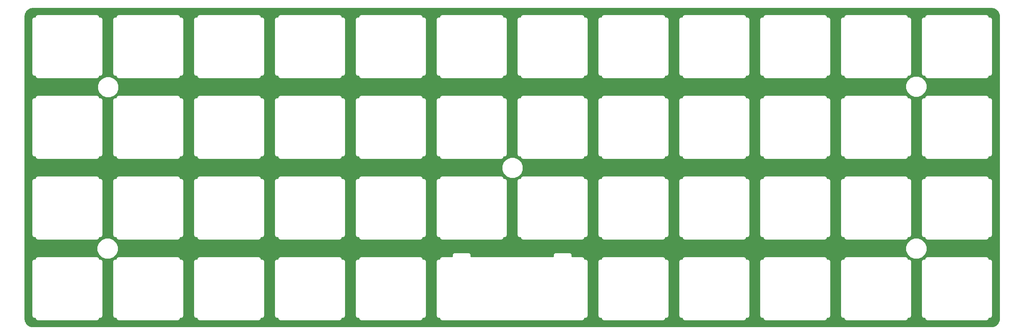
<source format=gbl>
%TF.GenerationSoftware,KiCad,Pcbnew,4.0.6*%
%TF.CreationDate,2017-12-10T16:43:08-08:00*%
%TF.ProjectId,DanckTopPlate,44616E636B546F70506C6174652E6B69,rev?*%
%TF.FileFunction,Copper,L2,Bot,Signal*%
%FSLAX46Y46*%
G04 Gerber Fmt 4.6, Leading zero omitted, Abs format (unit mm)*
G04 Created by KiCad (PCBNEW 4.0.6) date 12/10/17 16:43:08*
%MOMM*%
%LPD*%
G01*
G04 APERTURE LIST*
%ADD10C,0.100000*%
%ADD11C,1.524000*%
%ADD12C,0.254000*%
G04 APERTURE END LIST*
D10*
D11*
X74803000Y-86360000D03*
D12*
G36*
X264094351Y-67791800D02*
X264247821Y-67797658D01*
X264390247Y-67814351D01*
X264528311Y-67841661D01*
X264665929Y-67880805D01*
X264799955Y-67930204D01*
X264931090Y-67990911D01*
X265056588Y-68060548D01*
X265174212Y-68139524D01*
X265286098Y-68226992D01*
X265390015Y-68324871D01*
X265489562Y-68431866D01*
X265578712Y-68544180D01*
X265657518Y-68662158D01*
X265727457Y-68785769D01*
X265786920Y-68915977D01*
X265837301Y-69051849D01*
X265875959Y-69187458D01*
X265903361Y-69327056D01*
X265920400Y-69471029D01*
X265927000Y-69625889D01*
X265927000Y-141042103D01*
X265920411Y-141195323D01*
X265903362Y-141339494D01*
X265875839Y-141479616D01*
X265837110Y-141616702D01*
X265787270Y-141750894D01*
X265727851Y-141880017D01*
X265656893Y-142005434D01*
X265577900Y-142124860D01*
X265489576Y-142236172D01*
X265391049Y-142342009D01*
X265287195Y-142438824D01*
X265172863Y-142528245D01*
X265055181Y-142608279D01*
X264932964Y-142676057D01*
X264799807Y-142736503D01*
X264663998Y-142787835D01*
X264528857Y-142826116D01*
X264390134Y-142853426D01*
X264247766Y-142870302D01*
X264094656Y-142875974D01*
X38274206Y-142875974D01*
X38119713Y-142870294D01*
X37976995Y-142853380D01*
X37837364Y-142826083D01*
X37703406Y-142787955D01*
X37566765Y-142736315D01*
X37433697Y-142676217D01*
X37312983Y-142608701D01*
X37194586Y-142528358D01*
X37080632Y-142438902D01*
X36975094Y-142340825D01*
X36876850Y-142236244D01*
X36790091Y-142125727D01*
X36710755Y-142006194D01*
X36640515Y-141880611D01*
X36580219Y-141750500D01*
X36530823Y-141617027D01*
X36492084Y-141479872D01*
X36464677Y-141339673D01*
X36447514Y-141194862D01*
X36440707Y-141041707D01*
X36440968Y-127508000D01*
X38050470Y-127508000D01*
X38050470Y-140308580D01*
X38092945Y-140522117D01*
X38213904Y-140703146D01*
X38394933Y-140824105D01*
X38608470Y-140866580D01*
X38851100Y-140866580D01*
X38851100Y-140908030D01*
X38893575Y-141121567D01*
X39014534Y-141302596D01*
X39195563Y-141423555D01*
X39409100Y-141466030D01*
X53408600Y-141466030D01*
X53622137Y-141423555D01*
X53803166Y-141302596D01*
X53924125Y-141121567D01*
X53966600Y-140908030D01*
X53966600Y-140866580D01*
X54209200Y-140866580D01*
X54422737Y-140824105D01*
X54603766Y-140703146D01*
X54724725Y-140522117D01*
X54767200Y-140308580D01*
X54767200Y-127508000D01*
X57100500Y-127508000D01*
X57100500Y-140308580D01*
X57142975Y-140522117D01*
X57263934Y-140703146D01*
X57444963Y-140824105D01*
X57658500Y-140866580D01*
X57901100Y-140866580D01*
X57901100Y-140908030D01*
X57943575Y-141121567D01*
X58064534Y-141302596D01*
X58245563Y-141423555D01*
X58459100Y-141466030D01*
X72458500Y-141466030D01*
X72672037Y-141423555D01*
X72853066Y-141302596D01*
X72974025Y-141121567D01*
X73016500Y-140908030D01*
X73016500Y-140866580D01*
X73259300Y-140866580D01*
X73472837Y-140824105D01*
X73653866Y-140703146D01*
X73774825Y-140522117D01*
X73817300Y-140308580D01*
X73817300Y-127508000D01*
X76150400Y-127508000D01*
X76150400Y-140308580D01*
X76192875Y-140522117D01*
X76313834Y-140703146D01*
X76494863Y-140824105D01*
X76708400Y-140866580D01*
X76951200Y-140866580D01*
X76951200Y-140908030D01*
X76993675Y-141121567D01*
X77114634Y-141302596D01*
X77295663Y-141423555D01*
X77509200Y-141466030D01*
X91508500Y-141466030D01*
X91722037Y-141423555D01*
X91903066Y-141302596D01*
X92024025Y-141121567D01*
X92066500Y-140908030D01*
X92066500Y-140866580D01*
X92309300Y-140866580D01*
X92522837Y-140824105D01*
X92703866Y-140703146D01*
X92824825Y-140522117D01*
X92867300Y-140308580D01*
X92867300Y-127508000D01*
X95200400Y-127508000D01*
X95200400Y-140308580D01*
X95242875Y-140522117D01*
X95363834Y-140703146D01*
X95544863Y-140824105D01*
X95758400Y-140866580D01*
X96001200Y-140866580D01*
X96001200Y-140908030D01*
X96043675Y-141121567D01*
X96164634Y-141302596D01*
X96345663Y-141423555D01*
X96559200Y-141466030D01*
X110558500Y-141466030D01*
X110772037Y-141423555D01*
X110953066Y-141302596D01*
X111074025Y-141121567D01*
X111116500Y-140908030D01*
X111116500Y-140866580D01*
X111359300Y-140866580D01*
X111572837Y-140824105D01*
X111753866Y-140703146D01*
X111874825Y-140522117D01*
X111917300Y-140308580D01*
X111917300Y-127508000D01*
X114250400Y-127508000D01*
X114250400Y-140308580D01*
X114292875Y-140522117D01*
X114413834Y-140703146D01*
X114594863Y-140824105D01*
X114808400Y-140866580D01*
X115051200Y-140866580D01*
X115051200Y-140908030D01*
X115093675Y-141121567D01*
X115214634Y-141302596D01*
X115395663Y-141423555D01*
X115609200Y-141466030D01*
X129608500Y-141466030D01*
X129822037Y-141423555D01*
X130003066Y-141302596D01*
X130124025Y-141121567D01*
X130166500Y-140908030D01*
X130166500Y-140866580D01*
X130407900Y-140866580D01*
X130621437Y-140824105D01*
X130802466Y-140703146D01*
X130923425Y-140522117D01*
X130965900Y-140308580D01*
X130965900Y-127508000D01*
X133300400Y-127508000D01*
X133300400Y-140308580D01*
X133342875Y-140522117D01*
X133463834Y-140703146D01*
X133644863Y-140824105D01*
X133858400Y-140866580D01*
X134099800Y-140866580D01*
X134099800Y-140908030D01*
X134142275Y-141121567D01*
X134263234Y-141302596D01*
X134444263Y-141423555D01*
X134657800Y-141466030D01*
X167708000Y-141466030D01*
X167921537Y-141423555D01*
X168102566Y-141302596D01*
X168223525Y-141121567D01*
X168266000Y-140908030D01*
X168266000Y-140866580D01*
X168509000Y-140866580D01*
X168722537Y-140824105D01*
X168903566Y-140703146D01*
X169024525Y-140522117D01*
X169067000Y-140308580D01*
X169067000Y-127508000D01*
X171400000Y-127508000D01*
X171400000Y-140308580D01*
X171442475Y-140522117D01*
X171563434Y-140703146D01*
X171744463Y-140824105D01*
X171958000Y-140866580D01*
X172201000Y-140866580D01*
X172201000Y-140908030D01*
X172243475Y-141121567D01*
X172364434Y-141302596D01*
X172545463Y-141423555D01*
X172759000Y-141466030D01*
X186758000Y-141466030D01*
X186971537Y-141423555D01*
X187152566Y-141302596D01*
X187273525Y-141121567D01*
X187316000Y-140908030D01*
X187316000Y-140866580D01*
X187559000Y-140866580D01*
X187772537Y-140824105D01*
X187953566Y-140703146D01*
X188074525Y-140522117D01*
X188117000Y-140308580D01*
X188117000Y-127508000D01*
X190450000Y-127508000D01*
X190450000Y-140308580D01*
X190492475Y-140522117D01*
X190613434Y-140703146D01*
X190794463Y-140824105D01*
X191008000Y-140866580D01*
X191251000Y-140866580D01*
X191251000Y-140908030D01*
X191293475Y-141121567D01*
X191414434Y-141302596D01*
X191595463Y-141423555D01*
X191809000Y-141466030D01*
X205808000Y-141466030D01*
X206021537Y-141423555D01*
X206202566Y-141302596D01*
X206323525Y-141121567D01*
X206366000Y-140908030D01*
X206366000Y-140866580D01*
X206609000Y-140866580D01*
X206822537Y-140824105D01*
X207003566Y-140703146D01*
X207124525Y-140522117D01*
X207167000Y-140308580D01*
X207167000Y-127508000D01*
X209500000Y-127508000D01*
X209500000Y-140308580D01*
X209542475Y-140522117D01*
X209663434Y-140703146D01*
X209844463Y-140824105D01*
X210058000Y-140866580D01*
X210301000Y-140866580D01*
X210301000Y-140908030D01*
X210343475Y-141121567D01*
X210464434Y-141302596D01*
X210645463Y-141423555D01*
X210859000Y-141466030D01*
X224858000Y-141466030D01*
X225071537Y-141423555D01*
X225252566Y-141302596D01*
X225373525Y-141121567D01*
X225416000Y-140908030D01*
X225416000Y-140866580D01*
X225659000Y-140866580D01*
X225872537Y-140824105D01*
X226053566Y-140703146D01*
X226174525Y-140522117D01*
X226217000Y-140308580D01*
X226217000Y-127508000D01*
X228550000Y-127508000D01*
X228550000Y-140308580D01*
X228592475Y-140522117D01*
X228713434Y-140703146D01*
X228894463Y-140824105D01*
X229108000Y-140866580D01*
X229351000Y-140866580D01*
X229351000Y-140908030D01*
X229393475Y-141121567D01*
X229514434Y-141302596D01*
X229695463Y-141423555D01*
X229909000Y-141466030D01*
X243908000Y-141466030D01*
X244121537Y-141423555D01*
X244302566Y-141302596D01*
X244423525Y-141121567D01*
X244466000Y-140908030D01*
X244466000Y-140866580D01*
X244709000Y-140866580D01*
X244922537Y-140824105D01*
X245103566Y-140703146D01*
X245224525Y-140522117D01*
X245267000Y-140308580D01*
X245267000Y-127508000D01*
X247600000Y-127508000D01*
X247600000Y-140308580D01*
X247642475Y-140522117D01*
X247763434Y-140703146D01*
X247944463Y-140824105D01*
X248158000Y-140866580D01*
X248401000Y-140866580D01*
X248401000Y-140908030D01*
X248443475Y-141121567D01*
X248564434Y-141302596D01*
X248745463Y-141423555D01*
X248959000Y-141466030D01*
X262958000Y-141466030D01*
X263171537Y-141423555D01*
X263352566Y-141302596D01*
X263473525Y-141121567D01*
X263516000Y-140908030D01*
X263516000Y-140866580D01*
X263759000Y-140866580D01*
X263972537Y-140824105D01*
X264153566Y-140703146D01*
X264274525Y-140522117D01*
X264317000Y-140308580D01*
X264317000Y-127508000D01*
X264274525Y-127294463D01*
X264153566Y-127113434D01*
X263972537Y-126992475D01*
X263759000Y-126950000D01*
X263516000Y-126950000D01*
X263516000Y-126908500D01*
X263473525Y-126694963D01*
X263352566Y-126513934D01*
X263171537Y-126392975D01*
X262958000Y-126350500D01*
X248959000Y-126350500D01*
X248745463Y-126392975D01*
X248564434Y-126513934D01*
X248443475Y-126694963D01*
X248401000Y-126908500D01*
X248401000Y-126950000D01*
X248158000Y-126950000D01*
X247944463Y-126992475D01*
X247763434Y-127113434D01*
X247642475Y-127294463D01*
X247600000Y-127508000D01*
X245267000Y-127508000D01*
X245224525Y-127294463D01*
X245103566Y-127113434D01*
X244922537Y-126992475D01*
X244709000Y-126950000D01*
X244466000Y-126950000D01*
X244466000Y-126908500D01*
X244423525Y-126694963D01*
X244302566Y-126513934D01*
X244121537Y-126392975D01*
X243908000Y-126350500D01*
X229909000Y-126350500D01*
X229695463Y-126392975D01*
X229514434Y-126513934D01*
X229393475Y-126694963D01*
X229351000Y-126908500D01*
X229351000Y-126950000D01*
X229108000Y-126950000D01*
X228894463Y-126992475D01*
X228713434Y-127113434D01*
X228592475Y-127294463D01*
X228550000Y-127508000D01*
X226217000Y-127508000D01*
X226174525Y-127294463D01*
X226053566Y-127113434D01*
X225872537Y-126992475D01*
X225659000Y-126950000D01*
X225416000Y-126950000D01*
X225416000Y-126908500D01*
X225373525Y-126694963D01*
X225252566Y-126513934D01*
X225071537Y-126392975D01*
X224858000Y-126350500D01*
X210859000Y-126350500D01*
X210645463Y-126392975D01*
X210464434Y-126513934D01*
X210343475Y-126694963D01*
X210301000Y-126908500D01*
X210301000Y-126950000D01*
X210058000Y-126950000D01*
X209844463Y-126992475D01*
X209663434Y-127113434D01*
X209542475Y-127294463D01*
X209500000Y-127508000D01*
X207167000Y-127508000D01*
X207124525Y-127294463D01*
X207003566Y-127113434D01*
X206822537Y-126992475D01*
X206609000Y-126950000D01*
X206366000Y-126950000D01*
X206366000Y-126908500D01*
X206323525Y-126694963D01*
X206202566Y-126513934D01*
X206021537Y-126392975D01*
X205808000Y-126350500D01*
X191809000Y-126350500D01*
X191595463Y-126392975D01*
X191414434Y-126513934D01*
X191293475Y-126694963D01*
X191251000Y-126908500D01*
X191251000Y-126950000D01*
X191008000Y-126950000D01*
X190794463Y-126992475D01*
X190613434Y-127113434D01*
X190492475Y-127294463D01*
X190450000Y-127508000D01*
X188117000Y-127508000D01*
X188074525Y-127294463D01*
X187953566Y-127113434D01*
X187772537Y-126992475D01*
X187559000Y-126950000D01*
X187316000Y-126950000D01*
X187316000Y-126908500D01*
X187273525Y-126694963D01*
X187152566Y-126513934D01*
X186971537Y-126392975D01*
X186758000Y-126350500D01*
X172759000Y-126350500D01*
X172545463Y-126392975D01*
X172364434Y-126513934D01*
X172243475Y-126694963D01*
X172201000Y-126908500D01*
X172201000Y-126950000D01*
X171958000Y-126950000D01*
X171744463Y-126992475D01*
X171563434Y-127113434D01*
X171442475Y-127294463D01*
X171400000Y-127508000D01*
X169067000Y-127508000D01*
X169024525Y-127294463D01*
X168903566Y-127113434D01*
X168722537Y-126992475D01*
X168509000Y-126950000D01*
X168266000Y-126950000D01*
X168266000Y-126908500D01*
X168223525Y-126694963D01*
X168102566Y-126513934D01*
X167921537Y-126392975D01*
X167708000Y-126350500D01*
X165292000Y-126350500D01*
X165292000Y-125938400D01*
X165249525Y-125724863D01*
X165128566Y-125543834D01*
X164947537Y-125422875D01*
X164734000Y-125380400D01*
X161433000Y-125380400D01*
X161432713Y-125380457D01*
X161432425Y-125380400D01*
X161325680Y-125401747D01*
X161219463Y-125422875D01*
X161219220Y-125423037D01*
X161218932Y-125423095D01*
X161128564Y-125483611D01*
X161038434Y-125543834D01*
X161038271Y-125544077D01*
X161038027Y-125544241D01*
X160977734Y-125634679D01*
X160917475Y-125724863D01*
X160917418Y-125725151D01*
X160917255Y-125725395D01*
X160896146Y-125832094D01*
X160875000Y-125938400D01*
X160875057Y-125938687D01*
X160875000Y-125938975D01*
X160875424Y-126350500D01*
X141491000Y-126350500D01*
X141491000Y-125938400D01*
X141448525Y-125724863D01*
X141327566Y-125543834D01*
X141146537Y-125422875D01*
X140933000Y-125380400D01*
X137634000Y-125380400D01*
X137420463Y-125422875D01*
X137239434Y-125543834D01*
X137118475Y-125724863D01*
X137076000Y-125938400D01*
X137076000Y-126350500D01*
X134657800Y-126350500D01*
X134444263Y-126392975D01*
X134263234Y-126513934D01*
X134142275Y-126694963D01*
X134099800Y-126908500D01*
X134099800Y-126950000D01*
X133858400Y-126950000D01*
X133644863Y-126992475D01*
X133463834Y-127113434D01*
X133342875Y-127294463D01*
X133300400Y-127508000D01*
X130965900Y-127508000D01*
X130923425Y-127294463D01*
X130802466Y-127113434D01*
X130621437Y-126992475D01*
X130407900Y-126950000D01*
X130166500Y-126950000D01*
X130166500Y-126908500D01*
X130124025Y-126694963D01*
X130003066Y-126513934D01*
X129822037Y-126392975D01*
X129608500Y-126350500D01*
X115609200Y-126350500D01*
X115395663Y-126392975D01*
X115214634Y-126513934D01*
X115093675Y-126694963D01*
X115051200Y-126908500D01*
X115051200Y-126950000D01*
X114808400Y-126950000D01*
X114594863Y-126992475D01*
X114413834Y-127113434D01*
X114292875Y-127294463D01*
X114250400Y-127508000D01*
X111917300Y-127508000D01*
X111874825Y-127294463D01*
X111753866Y-127113434D01*
X111572837Y-126992475D01*
X111359300Y-126950000D01*
X111116500Y-126950000D01*
X111116500Y-126908500D01*
X111074025Y-126694963D01*
X110953066Y-126513934D01*
X110772037Y-126392975D01*
X110558500Y-126350500D01*
X96559200Y-126350500D01*
X96345663Y-126392975D01*
X96164634Y-126513934D01*
X96043675Y-126694963D01*
X96001200Y-126908500D01*
X96001200Y-126950000D01*
X95758400Y-126950000D01*
X95544863Y-126992475D01*
X95363834Y-127113434D01*
X95242875Y-127294463D01*
X95200400Y-127508000D01*
X92867300Y-127508000D01*
X92824825Y-127294463D01*
X92703866Y-127113434D01*
X92522837Y-126992475D01*
X92309300Y-126950000D01*
X92066500Y-126950000D01*
X92066500Y-126908500D01*
X92024025Y-126694963D01*
X91903066Y-126513934D01*
X91722037Y-126392975D01*
X91508500Y-126350500D01*
X77509200Y-126350500D01*
X77295663Y-126392975D01*
X77114634Y-126513934D01*
X76993675Y-126694963D01*
X76951200Y-126908500D01*
X76951200Y-126950000D01*
X76708400Y-126950000D01*
X76494863Y-126992475D01*
X76313834Y-127113434D01*
X76192875Y-127294463D01*
X76150400Y-127508000D01*
X73817300Y-127508000D01*
X73774825Y-127294463D01*
X73653866Y-127113434D01*
X73472837Y-126992475D01*
X73259300Y-126950000D01*
X73016500Y-126950000D01*
X73016500Y-126908500D01*
X72974025Y-126694963D01*
X72853066Y-126513934D01*
X72672037Y-126392975D01*
X72458500Y-126350500D01*
X58459100Y-126350500D01*
X58245563Y-126392975D01*
X58064534Y-126513934D01*
X57943575Y-126694963D01*
X57901100Y-126908500D01*
X57901100Y-126950000D01*
X57658500Y-126950000D01*
X57444963Y-126992475D01*
X57263934Y-127113434D01*
X57142975Y-127294463D01*
X57100500Y-127508000D01*
X54767200Y-127508000D01*
X54724725Y-127294463D01*
X54603766Y-127113434D01*
X54422737Y-126992475D01*
X54209200Y-126950000D01*
X53966600Y-126950000D01*
X53966600Y-126908500D01*
X53924125Y-126694963D01*
X53803166Y-126513934D01*
X53622137Y-126392975D01*
X53408600Y-126350500D01*
X39409100Y-126350500D01*
X39195563Y-126392975D01*
X39014534Y-126513934D01*
X38893575Y-126694963D01*
X38851100Y-126908500D01*
X38851100Y-126950000D01*
X38608470Y-126950000D01*
X38394933Y-126992475D01*
X38213904Y-127113434D01*
X38092945Y-127294463D01*
X38050470Y-127508000D01*
X36440968Y-127508000D01*
X36441017Y-124956683D01*
X53371565Y-124956683D01*
X53752581Y-125878812D01*
X54457477Y-126584939D01*
X55378939Y-126967564D01*
X56376683Y-126968435D01*
X57298812Y-126587419D01*
X58004939Y-125882523D01*
X58387564Y-124961061D01*
X58387567Y-124956683D01*
X243871565Y-124956683D01*
X244252581Y-125878812D01*
X244957477Y-126584939D01*
X245878939Y-126967564D01*
X246876683Y-126968435D01*
X247798812Y-126587419D01*
X248504939Y-125882523D01*
X248887564Y-124961061D01*
X248888435Y-123963317D01*
X248507419Y-123041188D01*
X247802523Y-122335061D01*
X246881061Y-121952436D01*
X245883317Y-121951565D01*
X244961188Y-122332581D01*
X244255061Y-123037477D01*
X243872436Y-123958939D01*
X243871565Y-124956683D01*
X58387567Y-124956683D01*
X58388435Y-123963317D01*
X58007419Y-123041188D01*
X57302523Y-122335061D01*
X56381061Y-121952436D01*
X55383317Y-121951565D01*
X54461188Y-122332581D01*
X53755061Y-123037477D01*
X53372436Y-123958939D01*
X53371565Y-124956683D01*
X36441017Y-124956683D01*
X36441335Y-108458000D01*
X38050470Y-108458000D01*
X38050470Y-121258600D01*
X38092945Y-121472137D01*
X38213904Y-121653166D01*
X38394933Y-121774125D01*
X38608470Y-121816600D01*
X38851100Y-121816600D01*
X38851100Y-121858000D01*
X38893575Y-122071537D01*
X39014534Y-122252566D01*
X39195563Y-122373525D01*
X39409100Y-122416000D01*
X53408600Y-122416000D01*
X53622137Y-122373525D01*
X53803166Y-122252566D01*
X53924125Y-122071537D01*
X53966600Y-121858000D01*
X53966600Y-121816600D01*
X54209200Y-121816600D01*
X54422737Y-121774125D01*
X54603766Y-121653166D01*
X54724725Y-121472137D01*
X54767200Y-121258600D01*
X54767200Y-108458000D01*
X57100500Y-108458000D01*
X57100500Y-121258600D01*
X57142975Y-121472137D01*
X57263934Y-121653166D01*
X57444963Y-121774125D01*
X57658500Y-121816600D01*
X57901100Y-121816600D01*
X57901100Y-121858000D01*
X57943575Y-122071537D01*
X58064534Y-122252566D01*
X58245563Y-122373525D01*
X58459100Y-122416000D01*
X72458500Y-122416000D01*
X72672037Y-122373525D01*
X72853066Y-122252566D01*
X72974025Y-122071537D01*
X73016500Y-121858000D01*
X73016500Y-121816600D01*
X73259300Y-121816600D01*
X73472837Y-121774125D01*
X73653866Y-121653166D01*
X73774825Y-121472137D01*
X73817300Y-121258600D01*
X73817300Y-108458000D01*
X76150400Y-108458000D01*
X76150400Y-121258600D01*
X76192875Y-121472137D01*
X76313834Y-121653166D01*
X76494863Y-121774125D01*
X76708400Y-121816600D01*
X76951200Y-121816600D01*
X76951200Y-121858000D01*
X76993675Y-122071537D01*
X77114634Y-122252566D01*
X77295663Y-122373525D01*
X77509200Y-122416000D01*
X91508500Y-122416000D01*
X91722037Y-122373525D01*
X91903066Y-122252566D01*
X92024025Y-122071537D01*
X92066500Y-121858000D01*
X92066500Y-121816600D01*
X92309300Y-121816600D01*
X92522837Y-121774125D01*
X92703866Y-121653166D01*
X92824825Y-121472137D01*
X92867300Y-121258600D01*
X92867300Y-108458000D01*
X95200400Y-108458000D01*
X95200400Y-121258600D01*
X95242875Y-121472137D01*
X95363834Y-121653166D01*
X95544863Y-121774125D01*
X95758400Y-121816600D01*
X96001200Y-121816600D01*
X96001200Y-121858000D01*
X96043675Y-122071537D01*
X96164634Y-122252566D01*
X96345663Y-122373525D01*
X96559200Y-122416000D01*
X110558500Y-122416000D01*
X110772037Y-122373525D01*
X110953066Y-122252566D01*
X111074025Y-122071537D01*
X111116500Y-121858000D01*
X111116500Y-121816600D01*
X111359300Y-121816600D01*
X111572837Y-121774125D01*
X111753866Y-121653166D01*
X111874825Y-121472137D01*
X111917300Y-121258600D01*
X111917300Y-108458000D01*
X114250400Y-108458000D01*
X114250400Y-121258600D01*
X114292875Y-121472137D01*
X114413834Y-121653166D01*
X114594863Y-121774125D01*
X114808400Y-121816600D01*
X115051200Y-121816600D01*
X115051200Y-121858000D01*
X115093675Y-122071537D01*
X115214634Y-122252566D01*
X115395663Y-122373525D01*
X115609200Y-122416000D01*
X129608500Y-122416000D01*
X129822037Y-122373525D01*
X130003066Y-122252566D01*
X130124025Y-122071537D01*
X130166500Y-121858000D01*
X130166500Y-121816600D01*
X130407900Y-121816600D01*
X130621437Y-121774125D01*
X130802466Y-121653166D01*
X130923425Y-121472137D01*
X130965900Y-121258600D01*
X130965900Y-108458000D01*
X133300400Y-108458000D01*
X133300400Y-121258600D01*
X133342875Y-121472137D01*
X133463834Y-121653166D01*
X133644863Y-121774125D01*
X133858400Y-121816600D01*
X134099800Y-121816600D01*
X134099800Y-121858000D01*
X134142275Y-122071537D01*
X134263234Y-122252566D01*
X134444263Y-122373525D01*
X134657800Y-122416000D01*
X148657000Y-122416000D01*
X148870537Y-122373525D01*
X149051566Y-122252566D01*
X149172525Y-122071537D01*
X149215000Y-121858000D01*
X149215000Y-121816600D01*
X149458000Y-121816600D01*
X149671537Y-121774125D01*
X149852566Y-121653166D01*
X149973525Y-121472137D01*
X150016000Y-121258600D01*
X150016000Y-108458000D01*
X152349000Y-108458000D01*
X152349000Y-121258600D01*
X152391475Y-121472137D01*
X152512434Y-121653166D01*
X152693463Y-121774125D01*
X152907000Y-121816600D01*
X153150000Y-121816600D01*
X153150000Y-121858000D01*
X153192475Y-122071537D01*
X153313434Y-122252566D01*
X153494463Y-122373525D01*
X153708000Y-122416000D01*
X167708000Y-122416000D01*
X167921537Y-122373525D01*
X168102566Y-122252566D01*
X168223525Y-122071537D01*
X168266000Y-121858000D01*
X168266000Y-121816600D01*
X168509000Y-121816600D01*
X168722537Y-121774125D01*
X168903566Y-121653166D01*
X169024525Y-121472137D01*
X169067000Y-121258600D01*
X169067000Y-108458000D01*
X171400000Y-108458000D01*
X171400000Y-121258600D01*
X171442475Y-121472137D01*
X171563434Y-121653166D01*
X171744463Y-121774125D01*
X171958000Y-121816600D01*
X172201000Y-121816600D01*
X172201000Y-121858000D01*
X172243475Y-122071537D01*
X172364434Y-122252566D01*
X172545463Y-122373525D01*
X172759000Y-122416000D01*
X186758000Y-122416000D01*
X186971537Y-122373525D01*
X187152566Y-122252566D01*
X187273525Y-122071537D01*
X187316000Y-121858000D01*
X187316000Y-121816600D01*
X187559000Y-121816600D01*
X187772537Y-121774125D01*
X187953566Y-121653166D01*
X188074525Y-121472137D01*
X188117000Y-121258600D01*
X188117000Y-108458000D01*
X190450000Y-108458000D01*
X190450000Y-121258600D01*
X190492475Y-121472137D01*
X190613434Y-121653166D01*
X190794463Y-121774125D01*
X191008000Y-121816600D01*
X191251000Y-121816600D01*
X191251000Y-121858000D01*
X191293475Y-122071537D01*
X191414434Y-122252566D01*
X191595463Y-122373525D01*
X191809000Y-122416000D01*
X205808000Y-122416000D01*
X206021537Y-122373525D01*
X206202566Y-122252566D01*
X206323525Y-122071537D01*
X206366000Y-121858000D01*
X206366000Y-121816600D01*
X206609000Y-121816600D01*
X206822537Y-121774125D01*
X207003566Y-121653166D01*
X207124525Y-121472137D01*
X207167000Y-121258600D01*
X207167000Y-108458000D01*
X209500000Y-108458000D01*
X209500000Y-121258600D01*
X209542475Y-121472137D01*
X209663434Y-121653166D01*
X209844463Y-121774125D01*
X210058000Y-121816600D01*
X210301000Y-121816600D01*
X210301000Y-121858000D01*
X210343475Y-122071537D01*
X210464434Y-122252566D01*
X210645463Y-122373525D01*
X210859000Y-122416000D01*
X224858000Y-122416000D01*
X225071537Y-122373525D01*
X225252566Y-122252566D01*
X225373525Y-122071537D01*
X225416000Y-121858000D01*
X225416000Y-121816600D01*
X225659000Y-121816600D01*
X225872537Y-121774125D01*
X226053566Y-121653166D01*
X226174525Y-121472137D01*
X226217000Y-121258600D01*
X226217000Y-108458000D01*
X228550000Y-108458000D01*
X228550000Y-121258600D01*
X228592475Y-121472137D01*
X228713434Y-121653166D01*
X228894463Y-121774125D01*
X229108000Y-121816600D01*
X229351000Y-121816600D01*
X229351000Y-121858000D01*
X229393475Y-122071537D01*
X229514434Y-122252566D01*
X229695463Y-122373525D01*
X229909000Y-122416000D01*
X243908000Y-122416000D01*
X244121537Y-122373525D01*
X244302566Y-122252566D01*
X244423525Y-122071537D01*
X244466000Y-121858000D01*
X244466000Y-121816600D01*
X244709000Y-121816600D01*
X244922537Y-121774125D01*
X245103566Y-121653166D01*
X245224525Y-121472137D01*
X245267000Y-121258600D01*
X245267000Y-108458000D01*
X247600000Y-108458000D01*
X247600000Y-121258600D01*
X247642475Y-121472137D01*
X247763434Y-121653166D01*
X247944463Y-121774125D01*
X248158000Y-121816600D01*
X248401000Y-121816600D01*
X248401000Y-121858000D01*
X248443475Y-122071537D01*
X248564434Y-122252566D01*
X248745463Y-122373525D01*
X248959000Y-122416000D01*
X262958000Y-122416000D01*
X263171537Y-122373525D01*
X263352566Y-122252566D01*
X263473525Y-122071537D01*
X263516000Y-121858000D01*
X263516000Y-121816600D01*
X263759000Y-121816600D01*
X263972537Y-121774125D01*
X264153566Y-121653166D01*
X264274525Y-121472137D01*
X264317000Y-121258600D01*
X264317000Y-108458000D01*
X264274525Y-108244463D01*
X264153566Y-108063434D01*
X263972537Y-107942475D01*
X263759000Y-107900000D01*
X263516000Y-107900000D01*
X263516000Y-107858600D01*
X263473525Y-107645063D01*
X263352566Y-107464034D01*
X263171537Y-107343075D01*
X262958000Y-107300600D01*
X248959000Y-107300600D01*
X248745463Y-107343075D01*
X248564434Y-107464034D01*
X248443475Y-107645063D01*
X248401000Y-107858600D01*
X248401000Y-107900000D01*
X248158000Y-107900000D01*
X247944463Y-107942475D01*
X247763434Y-108063434D01*
X247642475Y-108244463D01*
X247600000Y-108458000D01*
X245267000Y-108458000D01*
X245224525Y-108244463D01*
X245103566Y-108063434D01*
X244922537Y-107942475D01*
X244709000Y-107900000D01*
X244466000Y-107900000D01*
X244466000Y-107858600D01*
X244423525Y-107645063D01*
X244302566Y-107464034D01*
X244121537Y-107343075D01*
X243908000Y-107300600D01*
X229909000Y-107300600D01*
X229695463Y-107343075D01*
X229514434Y-107464034D01*
X229393475Y-107645063D01*
X229351000Y-107858600D01*
X229351000Y-107900000D01*
X229108000Y-107900000D01*
X228894463Y-107942475D01*
X228713434Y-108063434D01*
X228592475Y-108244463D01*
X228550000Y-108458000D01*
X226217000Y-108458000D01*
X226174525Y-108244463D01*
X226053566Y-108063434D01*
X225872537Y-107942475D01*
X225659000Y-107900000D01*
X225416000Y-107900000D01*
X225416000Y-107858600D01*
X225373525Y-107645063D01*
X225252566Y-107464034D01*
X225071537Y-107343075D01*
X224858000Y-107300600D01*
X210859000Y-107300600D01*
X210645463Y-107343075D01*
X210464434Y-107464034D01*
X210343475Y-107645063D01*
X210301000Y-107858600D01*
X210301000Y-107900000D01*
X210058000Y-107900000D01*
X209844463Y-107942475D01*
X209663434Y-108063434D01*
X209542475Y-108244463D01*
X209500000Y-108458000D01*
X207167000Y-108458000D01*
X207124525Y-108244463D01*
X207003566Y-108063434D01*
X206822537Y-107942475D01*
X206609000Y-107900000D01*
X206366000Y-107900000D01*
X206366000Y-107858600D01*
X206323525Y-107645063D01*
X206202566Y-107464034D01*
X206021537Y-107343075D01*
X205808000Y-107300600D01*
X191809000Y-107300600D01*
X191595463Y-107343075D01*
X191414434Y-107464034D01*
X191293475Y-107645063D01*
X191251000Y-107858600D01*
X191251000Y-107900000D01*
X191008000Y-107900000D01*
X190794463Y-107942475D01*
X190613434Y-108063434D01*
X190492475Y-108244463D01*
X190450000Y-108458000D01*
X188117000Y-108458000D01*
X188074525Y-108244463D01*
X187953566Y-108063434D01*
X187772537Y-107942475D01*
X187559000Y-107900000D01*
X187316000Y-107900000D01*
X187316000Y-107858600D01*
X187273525Y-107645063D01*
X187152566Y-107464034D01*
X186971537Y-107343075D01*
X186758000Y-107300600D01*
X172759000Y-107300600D01*
X172545463Y-107343075D01*
X172364434Y-107464034D01*
X172243475Y-107645063D01*
X172201000Y-107858600D01*
X172201000Y-107900000D01*
X171958000Y-107900000D01*
X171744463Y-107942475D01*
X171563434Y-108063434D01*
X171442475Y-108244463D01*
X171400000Y-108458000D01*
X169067000Y-108458000D01*
X169024525Y-108244463D01*
X168903566Y-108063434D01*
X168722537Y-107942475D01*
X168509000Y-107900000D01*
X168266000Y-107900000D01*
X168266000Y-107858600D01*
X168223525Y-107645063D01*
X168102566Y-107464034D01*
X167921537Y-107343075D01*
X167708000Y-107300600D01*
X153708000Y-107300600D01*
X153494463Y-107343075D01*
X153313434Y-107464034D01*
X153192475Y-107645063D01*
X153150000Y-107858600D01*
X153150000Y-107900000D01*
X152907000Y-107900000D01*
X152693463Y-107942475D01*
X152512434Y-108063434D01*
X152391475Y-108244463D01*
X152349000Y-108458000D01*
X150016000Y-108458000D01*
X149973525Y-108244463D01*
X149852566Y-108063434D01*
X149671537Y-107942475D01*
X149458000Y-107900000D01*
X149215000Y-107900000D01*
X149215000Y-107858600D01*
X149172525Y-107645063D01*
X149051566Y-107464034D01*
X148870537Y-107343075D01*
X148657000Y-107300600D01*
X134657800Y-107300600D01*
X134444263Y-107343075D01*
X134263234Y-107464034D01*
X134142275Y-107645063D01*
X134099800Y-107858600D01*
X134099800Y-107900000D01*
X133858400Y-107900000D01*
X133644863Y-107942475D01*
X133463834Y-108063434D01*
X133342875Y-108244463D01*
X133300400Y-108458000D01*
X130965900Y-108458000D01*
X130923425Y-108244463D01*
X130802466Y-108063434D01*
X130621437Y-107942475D01*
X130407900Y-107900000D01*
X130166500Y-107900000D01*
X130166500Y-107858600D01*
X130124025Y-107645063D01*
X130003066Y-107464034D01*
X129822037Y-107343075D01*
X129608500Y-107300600D01*
X115609200Y-107300600D01*
X115395663Y-107343075D01*
X115214634Y-107464034D01*
X115093675Y-107645063D01*
X115051200Y-107858600D01*
X115051200Y-107900000D01*
X114808400Y-107900000D01*
X114594863Y-107942475D01*
X114413834Y-108063434D01*
X114292875Y-108244463D01*
X114250400Y-108458000D01*
X111917300Y-108458000D01*
X111874825Y-108244463D01*
X111753866Y-108063434D01*
X111572837Y-107942475D01*
X111359300Y-107900000D01*
X111116500Y-107900000D01*
X111116500Y-107858600D01*
X111074025Y-107645063D01*
X110953066Y-107464034D01*
X110772037Y-107343075D01*
X110558500Y-107300600D01*
X96559200Y-107300600D01*
X96345663Y-107343075D01*
X96164634Y-107464034D01*
X96043675Y-107645063D01*
X96001200Y-107858600D01*
X96001200Y-107900000D01*
X95758400Y-107900000D01*
X95544863Y-107942475D01*
X95363834Y-108063434D01*
X95242875Y-108244463D01*
X95200400Y-108458000D01*
X92867300Y-108458000D01*
X92824825Y-108244463D01*
X92703866Y-108063434D01*
X92522837Y-107942475D01*
X92309300Y-107900000D01*
X92066500Y-107900000D01*
X92066500Y-107858600D01*
X92024025Y-107645063D01*
X91903066Y-107464034D01*
X91722037Y-107343075D01*
X91508500Y-107300600D01*
X77509200Y-107300600D01*
X77295663Y-107343075D01*
X77114634Y-107464034D01*
X76993675Y-107645063D01*
X76951200Y-107858600D01*
X76951200Y-107900000D01*
X76708400Y-107900000D01*
X76494863Y-107942475D01*
X76313834Y-108063434D01*
X76192875Y-108244463D01*
X76150400Y-108458000D01*
X73817300Y-108458000D01*
X73774825Y-108244463D01*
X73653866Y-108063434D01*
X73472837Y-107942475D01*
X73259300Y-107900000D01*
X73016500Y-107900000D01*
X73016500Y-107858600D01*
X72974025Y-107645063D01*
X72853066Y-107464034D01*
X72672037Y-107343075D01*
X72458500Y-107300600D01*
X58459100Y-107300600D01*
X58245563Y-107343075D01*
X58064534Y-107464034D01*
X57943575Y-107645063D01*
X57901100Y-107858600D01*
X57901100Y-107900000D01*
X57658500Y-107900000D01*
X57444963Y-107942475D01*
X57263934Y-108063434D01*
X57142975Y-108244463D01*
X57100500Y-108458000D01*
X54767200Y-108458000D01*
X54724725Y-108244463D01*
X54603766Y-108063434D01*
X54422737Y-107942475D01*
X54209200Y-107900000D01*
X53966600Y-107900000D01*
X53966600Y-107858600D01*
X53924125Y-107645063D01*
X53803166Y-107464034D01*
X53622137Y-107343075D01*
X53408600Y-107300600D01*
X39409100Y-107300600D01*
X39195563Y-107343075D01*
X39014534Y-107464034D01*
X38893575Y-107645063D01*
X38851100Y-107858600D01*
X38851100Y-107900000D01*
X38608470Y-107900000D01*
X38394933Y-107942475D01*
X38213904Y-108063434D01*
X38092945Y-108244463D01*
X38050470Y-108458000D01*
X36441335Y-108458000D01*
X36441384Y-105906683D01*
X148748565Y-105906683D01*
X149129581Y-106828812D01*
X149834477Y-107534939D01*
X150755939Y-107917564D01*
X151753683Y-107918435D01*
X152675812Y-107537419D01*
X153381939Y-106832523D01*
X153764564Y-105911061D01*
X153765435Y-104913317D01*
X153384419Y-103991188D01*
X152679523Y-103285061D01*
X151758061Y-102902436D01*
X150760317Y-102901565D01*
X149838188Y-103282581D01*
X149132061Y-103987477D01*
X148749436Y-104908939D01*
X148748565Y-105906683D01*
X36441384Y-105906683D01*
X36441702Y-89408000D01*
X38050470Y-89408000D01*
X38050470Y-102208600D01*
X38092945Y-102422137D01*
X38213904Y-102603166D01*
X38394933Y-102724125D01*
X38608470Y-102766600D01*
X38851100Y-102766600D01*
X38851100Y-102807900D01*
X38893575Y-103021437D01*
X39014534Y-103202466D01*
X39195563Y-103323425D01*
X39409100Y-103365900D01*
X53408600Y-103365900D01*
X53622137Y-103323425D01*
X53803166Y-103202466D01*
X53924125Y-103021437D01*
X53966600Y-102807900D01*
X53966600Y-102766600D01*
X54209200Y-102766600D01*
X54422737Y-102724125D01*
X54603766Y-102603166D01*
X54724725Y-102422137D01*
X54767200Y-102208600D01*
X54767200Y-89408000D01*
X57100500Y-89408000D01*
X57100500Y-102208600D01*
X57142975Y-102422137D01*
X57263934Y-102603166D01*
X57444963Y-102724125D01*
X57658500Y-102766600D01*
X57901100Y-102766600D01*
X57901100Y-102807900D01*
X57943575Y-103021437D01*
X58064534Y-103202466D01*
X58245563Y-103323425D01*
X58459100Y-103365900D01*
X72458500Y-103365900D01*
X72672037Y-103323425D01*
X72853066Y-103202466D01*
X72974025Y-103021437D01*
X73016500Y-102807900D01*
X73016500Y-102766600D01*
X73259300Y-102766600D01*
X73472837Y-102724125D01*
X73653866Y-102603166D01*
X73774825Y-102422137D01*
X73817300Y-102208600D01*
X73817300Y-89408000D01*
X76150400Y-89408000D01*
X76150400Y-102208600D01*
X76192875Y-102422137D01*
X76313834Y-102603166D01*
X76494863Y-102724125D01*
X76708400Y-102766600D01*
X76951200Y-102766600D01*
X76951200Y-102807900D01*
X76993675Y-103021437D01*
X77114634Y-103202466D01*
X77295663Y-103323425D01*
X77509200Y-103365900D01*
X91508500Y-103365900D01*
X91722037Y-103323425D01*
X91903066Y-103202466D01*
X92024025Y-103021437D01*
X92066500Y-102807900D01*
X92066500Y-102766600D01*
X92309300Y-102766600D01*
X92522837Y-102724125D01*
X92703866Y-102603166D01*
X92824825Y-102422137D01*
X92867300Y-102208600D01*
X92867300Y-89408000D01*
X95200400Y-89408000D01*
X95200400Y-102208600D01*
X95242875Y-102422137D01*
X95363834Y-102603166D01*
X95544863Y-102724125D01*
X95758400Y-102766600D01*
X96001200Y-102766600D01*
X96001200Y-102807900D01*
X96043675Y-103021437D01*
X96164634Y-103202466D01*
X96345663Y-103323425D01*
X96559200Y-103365900D01*
X110558500Y-103365900D01*
X110772037Y-103323425D01*
X110953066Y-103202466D01*
X111074025Y-103021437D01*
X111116500Y-102807900D01*
X111116500Y-102766600D01*
X111359300Y-102766600D01*
X111572837Y-102724125D01*
X111753866Y-102603166D01*
X111874825Y-102422137D01*
X111917300Y-102208600D01*
X111917300Y-89408000D01*
X114250400Y-89408000D01*
X114250400Y-102208600D01*
X114292875Y-102422137D01*
X114413834Y-102603166D01*
X114594863Y-102724125D01*
X114808400Y-102766600D01*
X115051200Y-102766600D01*
X115051200Y-102807900D01*
X115093675Y-103021437D01*
X115214634Y-103202466D01*
X115395663Y-103323425D01*
X115609200Y-103365900D01*
X129608500Y-103365900D01*
X129822037Y-103323425D01*
X130003066Y-103202466D01*
X130124025Y-103021437D01*
X130166500Y-102807900D01*
X130166500Y-102766600D01*
X130407900Y-102766600D01*
X130621437Y-102724125D01*
X130802466Y-102603166D01*
X130923425Y-102422137D01*
X130965900Y-102208600D01*
X130965900Y-89408000D01*
X133300400Y-89408000D01*
X133300400Y-102208600D01*
X133342875Y-102422137D01*
X133463834Y-102603166D01*
X133644863Y-102724125D01*
X133858400Y-102766600D01*
X134099800Y-102766600D01*
X134099800Y-102807900D01*
X134142275Y-103021437D01*
X134263234Y-103202466D01*
X134444263Y-103323425D01*
X134657800Y-103365900D01*
X148657000Y-103365900D01*
X148870537Y-103323425D01*
X149051566Y-103202466D01*
X149172525Y-103021437D01*
X149215000Y-102807900D01*
X149215000Y-102766600D01*
X149458000Y-102766600D01*
X149671537Y-102724125D01*
X149852566Y-102603166D01*
X149973525Y-102422137D01*
X150016000Y-102208600D01*
X150016000Y-89408000D01*
X152349000Y-89408000D01*
X152349000Y-102208600D01*
X152391475Y-102422137D01*
X152512434Y-102603166D01*
X152693463Y-102724125D01*
X152907000Y-102766600D01*
X153150000Y-102766600D01*
X153150000Y-102807900D01*
X153192475Y-103021437D01*
X153313434Y-103202466D01*
X153494463Y-103323425D01*
X153708000Y-103365900D01*
X167708000Y-103365900D01*
X167921537Y-103323425D01*
X168102566Y-103202466D01*
X168223525Y-103021437D01*
X168266000Y-102807900D01*
X168266000Y-102766600D01*
X168509000Y-102766600D01*
X168722537Y-102724125D01*
X168903566Y-102603166D01*
X169024525Y-102422137D01*
X169067000Y-102208600D01*
X169067000Y-89408000D01*
X171400000Y-89408000D01*
X171400000Y-102208600D01*
X171442475Y-102422137D01*
X171563434Y-102603166D01*
X171744463Y-102724125D01*
X171958000Y-102766600D01*
X172201000Y-102766600D01*
X172201000Y-102807900D01*
X172243475Y-103021437D01*
X172364434Y-103202466D01*
X172545463Y-103323425D01*
X172759000Y-103365900D01*
X186758000Y-103365900D01*
X186971537Y-103323425D01*
X187152566Y-103202466D01*
X187273525Y-103021437D01*
X187316000Y-102807900D01*
X187316000Y-102766600D01*
X187559000Y-102766600D01*
X187772537Y-102724125D01*
X187953566Y-102603166D01*
X188074525Y-102422137D01*
X188117000Y-102208600D01*
X188117000Y-89408000D01*
X190450000Y-89408000D01*
X190450000Y-102208600D01*
X190492475Y-102422137D01*
X190613434Y-102603166D01*
X190794463Y-102724125D01*
X191008000Y-102766600D01*
X191251000Y-102766600D01*
X191251000Y-102807900D01*
X191293475Y-103021437D01*
X191414434Y-103202466D01*
X191595463Y-103323425D01*
X191809000Y-103365900D01*
X205808000Y-103365900D01*
X206021537Y-103323425D01*
X206202566Y-103202466D01*
X206323525Y-103021437D01*
X206366000Y-102807900D01*
X206366000Y-102766600D01*
X206609000Y-102766600D01*
X206822537Y-102724125D01*
X207003566Y-102603166D01*
X207124525Y-102422137D01*
X207167000Y-102208600D01*
X207167000Y-89408000D01*
X209500000Y-89408000D01*
X209500000Y-102208600D01*
X209542475Y-102422137D01*
X209663434Y-102603166D01*
X209844463Y-102724125D01*
X210058000Y-102766600D01*
X210301000Y-102766600D01*
X210301000Y-102807900D01*
X210343475Y-103021437D01*
X210464434Y-103202466D01*
X210645463Y-103323425D01*
X210859000Y-103365900D01*
X224858000Y-103365900D01*
X225071537Y-103323425D01*
X225252566Y-103202466D01*
X225373525Y-103021437D01*
X225416000Y-102807900D01*
X225416000Y-102766600D01*
X225659000Y-102766600D01*
X225872537Y-102724125D01*
X226053566Y-102603166D01*
X226174525Y-102422137D01*
X226217000Y-102208600D01*
X226217000Y-89408000D01*
X228550000Y-89408000D01*
X228550000Y-102208600D01*
X228592475Y-102422137D01*
X228713434Y-102603166D01*
X228894463Y-102724125D01*
X229108000Y-102766600D01*
X229351000Y-102766600D01*
X229351000Y-102807900D01*
X229393475Y-103021437D01*
X229514434Y-103202466D01*
X229695463Y-103323425D01*
X229909000Y-103365900D01*
X243908000Y-103365900D01*
X244121537Y-103323425D01*
X244302566Y-103202466D01*
X244423525Y-103021437D01*
X244466000Y-102807900D01*
X244466000Y-102766600D01*
X244709000Y-102766600D01*
X244922537Y-102724125D01*
X245103566Y-102603166D01*
X245224525Y-102422137D01*
X245267000Y-102208600D01*
X245267000Y-89408000D01*
X247600000Y-89408000D01*
X247600000Y-102208600D01*
X247642475Y-102422137D01*
X247763434Y-102603166D01*
X247944463Y-102724125D01*
X248158000Y-102766600D01*
X248401000Y-102766600D01*
X248401000Y-102807900D01*
X248443475Y-103021437D01*
X248564434Y-103202466D01*
X248745463Y-103323425D01*
X248959000Y-103365900D01*
X262958000Y-103365900D01*
X263171537Y-103323425D01*
X263352566Y-103202466D01*
X263473525Y-103021437D01*
X263516000Y-102807900D01*
X263516000Y-102766600D01*
X263759000Y-102766600D01*
X263972537Y-102724125D01*
X264153566Y-102603166D01*
X264274525Y-102422137D01*
X264317000Y-102208600D01*
X264317000Y-89408000D01*
X264274525Y-89194463D01*
X264153566Y-89013434D01*
X263972537Y-88892475D01*
X263759000Y-88850000D01*
X263516000Y-88850000D01*
X263516000Y-88808600D01*
X263473525Y-88595063D01*
X263352566Y-88414034D01*
X263171537Y-88293075D01*
X262958000Y-88250600D01*
X248959000Y-88250600D01*
X248745463Y-88293075D01*
X248564434Y-88414034D01*
X248443475Y-88595063D01*
X248401000Y-88808600D01*
X248401000Y-88850000D01*
X248158000Y-88850000D01*
X247944463Y-88892475D01*
X247763434Y-89013434D01*
X247642475Y-89194463D01*
X247600000Y-89408000D01*
X245267000Y-89408000D01*
X245224525Y-89194463D01*
X245103566Y-89013434D01*
X244922537Y-88892475D01*
X244709000Y-88850000D01*
X244466000Y-88850000D01*
X244466000Y-88808600D01*
X244423525Y-88595063D01*
X244302566Y-88414034D01*
X244121537Y-88293075D01*
X243908000Y-88250600D01*
X229909000Y-88250600D01*
X229695463Y-88293075D01*
X229514434Y-88414034D01*
X229393475Y-88595063D01*
X229351000Y-88808600D01*
X229351000Y-88850000D01*
X229108000Y-88850000D01*
X228894463Y-88892475D01*
X228713434Y-89013434D01*
X228592475Y-89194463D01*
X228550000Y-89408000D01*
X226217000Y-89408000D01*
X226174525Y-89194463D01*
X226053566Y-89013434D01*
X225872537Y-88892475D01*
X225659000Y-88850000D01*
X225416000Y-88850000D01*
X225416000Y-88808600D01*
X225373525Y-88595063D01*
X225252566Y-88414034D01*
X225071537Y-88293075D01*
X224858000Y-88250600D01*
X210859000Y-88250600D01*
X210645463Y-88293075D01*
X210464434Y-88414034D01*
X210343475Y-88595063D01*
X210301000Y-88808600D01*
X210301000Y-88850000D01*
X210058000Y-88850000D01*
X209844463Y-88892475D01*
X209663434Y-89013434D01*
X209542475Y-89194463D01*
X209500000Y-89408000D01*
X207167000Y-89408000D01*
X207124525Y-89194463D01*
X207003566Y-89013434D01*
X206822537Y-88892475D01*
X206609000Y-88850000D01*
X206366000Y-88850000D01*
X206366000Y-88808600D01*
X206323525Y-88595063D01*
X206202566Y-88414034D01*
X206021537Y-88293075D01*
X205808000Y-88250600D01*
X191809000Y-88250600D01*
X191595463Y-88293075D01*
X191414434Y-88414034D01*
X191293475Y-88595063D01*
X191251000Y-88808600D01*
X191251000Y-88850000D01*
X191008000Y-88850000D01*
X190794463Y-88892475D01*
X190613434Y-89013434D01*
X190492475Y-89194463D01*
X190450000Y-89408000D01*
X188117000Y-89408000D01*
X188074525Y-89194463D01*
X187953566Y-89013434D01*
X187772537Y-88892475D01*
X187559000Y-88850000D01*
X187316000Y-88850000D01*
X187316000Y-88808600D01*
X187273525Y-88595063D01*
X187152566Y-88414034D01*
X186971537Y-88293075D01*
X186758000Y-88250600D01*
X172759000Y-88250600D01*
X172545463Y-88293075D01*
X172364434Y-88414034D01*
X172243475Y-88595063D01*
X172201000Y-88808600D01*
X172201000Y-88850000D01*
X171958000Y-88850000D01*
X171744463Y-88892475D01*
X171563434Y-89013434D01*
X171442475Y-89194463D01*
X171400000Y-89408000D01*
X169067000Y-89408000D01*
X169024525Y-89194463D01*
X168903566Y-89013434D01*
X168722537Y-88892475D01*
X168509000Y-88850000D01*
X168266000Y-88850000D01*
X168266000Y-88808600D01*
X168223525Y-88595063D01*
X168102566Y-88414034D01*
X167921537Y-88293075D01*
X167708000Y-88250600D01*
X153708000Y-88250600D01*
X153494463Y-88293075D01*
X153313434Y-88414034D01*
X153192475Y-88595063D01*
X153150000Y-88808600D01*
X153150000Y-88850000D01*
X152907000Y-88850000D01*
X152693463Y-88892475D01*
X152512434Y-89013434D01*
X152391475Y-89194463D01*
X152349000Y-89408000D01*
X150016000Y-89408000D01*
X149973525Y-89194463D01*
X149852566Y-89013434D01*
X149671537Y-88892475D01*
X149458000Y-88850000D01*
X149215000Y-88850000D01*
X149215000Y-88808600D01*
X149172525Y-88595063D01*
X149051566Y-88414034D01*
X148870537Y-88293075D01*
X148657000Y-88250600D01*
X134657800Y-88250600D01*
X134444263Y-88293075D01*
X134263234Y-88414034D01*
X134142275Y-88595063D01*
X134099800Y-88808600D01*
X134099800Y-88850000D01*
X133858400Y-88850000D01*
X133644863Y-88892475D01*
X133463834Y-89013434D01*
X133342875Y-89194463D01*
X133300400Y-89408000D01*
X130965900Y-89408000D01*
X130923425Y-89194463D01*
X130802466Y-89013434D01*
X130621437Y-88892475D01*
X130407900Y-88850000D01*
X130166500Y-88850000D01*
X130166500Y-88808600D01*
X130124025Y-88595063D01*
X130003066Y-88414034D01*
X129822037Y-88293075D01*
X129608500Y-88250600D01*
X115609200Y-88250600D01*
X115395663Y-88293075D01*
X115214634Y-88414034D01*
X115093675Y-88595063D01*
X115051200Y-88808600D01*
X115051200Y-88850000D01*
X114808400Y-88850000D01*
X114594863Y-88892475D01*
X114413834Y-89013434D01*
X114292875Y-89194463D01*
X114250400Y-89408000D01*
X111917300Y-89408000D01*
X111874825Y-89194463D01*
X111753866Y-89013434D01*
X111572837Y-88892475D01*
X111359300Y-88850000D01*
X111116500Y-88850000D01*
X111116500Y-88808600D01*
X111074025Y-88595063D01*
X110953066Y-88414034D01*
X110772037Y-88293075D01*
X110558500Y-88250600D01*
X96559200Y-88250600D01*
X96345663Y-88293075D01*
X96164634Y-88414034D01*
X96043675Y-88595063D01*
X96001200Y-88808600D01*
X96001200Y-88850000D01*
X95758400Y-88850000D01*
X95544863Y-88892475D01*
X95363834Y-89013434D01*
X95242875Y-89194463D01*
X95200400Y-89408000D01*
X92867300Y-89408000D01*
X92824825Y-89194463D01*
X92703866Y-89013434D01*
X92522837Y-88892475D01*
X92309300Y-88850000D01*
X92066500Y-88850000D01*
X92066500Y-88808600D01*
X92024025Y-88595063D01*
X91903066Y-88414034D01*
X91722037Y-88293075D01*
X91508500Y-88250600D01*
X77509200Y-88250600D01*
X77295663Y-88293075D01*
X77114634Y-88414034D01*
X76993675Y-88595063D01*
X76951200Y-88808600D01*
X76951200Y-88850000D01*
X76708400Y-88850000D01*
X76494863Y-88892475D01*
X76313834Y-89013434D01*
X76192875Y-89194463D01*
X76150400Y-89408000D01*
X73817300Y-89408000D01*
X73774825Y-89194463D01*
X73653866Y-89013434D01*
X73472837Y-88892475D01*
X73259300Y-88850000D01*
X73016500Y-88850000D01*
X73016500Y-88808600D01*
X72974025Y-88595063D01*
X72853066Y-88414034D01*
X72672037Y-88293075D01*
X72458500Y-88250600D01*
X58459100Y-88250600D01*
X58245563Y-88293075D01*
X58064534Y-88414034D01*
X57943575Y-88595063D01*
X57901100Y-88808600D01*
X57901100Y-88850000D01*
X57658500Y-88850000D01*
X57444963Y-88892475D01*
X57263934Y-89013434D01*
X57142975Y-89194463D01*
X57100500Y-89408000D01*
X54767200Y-89408000D01*
X54724725Y-89194463D01*
X54603766Y-89013434D01*
X54422737Y-88892475D01*
X54209200Y-88850000D01*
X53966600Y-88850000D01*
X53966600Y-88808600D01*
X53924125Y-88595063D01*
X53803166Y-88414034D01*
X53622137Y-88293075D01*
X53408600Y-88250600D01*
X39409100Y-88250600D01*
X39195563Y-88293075D01*
X39014534Y-88414034D01*
X38893575Y-88595063D01*
X38851100Y-88808600D01*
X38851100Y-88850000D01*
X38608470Y-88850000D01*
X38394933Y-88892475D01*
X38213904Y-89013434D01*
X38092945Y-89194463D01*
X38050470Y-89408000D01*
X36441702Y-89408000D01*
X36441751Y-86856683D01*
X53498565Y-86856683D01*
X53879581Y-87778812D01*
X54584477Y-88484939D01*
X55505939Y-88867564D01*
X56503683Y-88868435D01*
X57425812Y-88487419D01*
X58131939Y-87782523D01*
X58514564Y-86861061D01*
X58514678Y-86729683D01*
X243871565Y-86729683D01*
X244252581Y-87651812D01*
X244957477Y-88357939D01*
X245878939Y-88740564D01*
X246876683Y-88741435D01*
X247798812Y-88360419D01*
X248504939Y-87655523D01*
X248887564Y-86734061D01*
X248888435Y-85736317D01*
X248507419Y-84814188D01*
X247802523Y-84108061D01*
X246881061Y-83725436D01*
X245883317Y-83724565D01*
X244961188Y-84105581D01*
X244255061Y-84810477D01*
X243872436Y-85731939D01*
X243871565Y-86729683D01*
X58514678Y-86729683D01*
X58515435Y-85863317D01*
X58134419Y-84941188D01*
X57429523Y-84235061D01*
X56508061Y-83852436D01*
X55510317Y-83851565D01*
X54588188Y-84232581D01*
X53882061Y-84937477D01*
X53499436Y-85858939D01*
X53498565Y-86856683D01*
X36441751Y-86856683D01*
X36442070Y-70358000D01*
X38050470Y-70358000D01*
X38050470Y-83158600D01*
X38092945Y-83372137D01*
X38213904Y-83553166D01*
X38394933Y-83674125D01*
X38608470Y-83716600D01*
X38851100Y-83716600D01*
X38851100Y-83757900D01*
X38893575Y-83971437D01*
X39014534Y-84152466D01*
X39195563Y-84273425D01*
X39409100Y-84315900D01*
X53408600Y-84315900D01*
X53622137Y-84273425D01*
X53803166Y-84152466D01*
X53924125Y-83971437D01*
X53966600Y-83757900D01*
X53966600Y-83716600D01*
X54209200Y-83716600D01*
X54422737Y-83674125D01*
X54603766Y-83553166D01*
X54724725Y-83372137D01*
X54767200Y-83158600D01*
X54767200Y-70358000D01*
X57100500Y-70358000D01*
X57100500Y-83158600D01*
X57142975Y-83372137D01*
X57263934Y-83553166D01*
X57444963Y-83674125D01*
X57658500Y-83716600D01*
X57901100Y-83716600D01*
X57901100Y-83757900D01*
X57943575Y-83971437D01*
X58064534Y-84152466D01*
X58245563Y-84273425D01*
X58459100Y-84315900D01*
X72458500Y-84315900D01*
X72672037Y-84273425D01*
X72853066Y-84152466D01*
X72974025Y-83971437D01*
X73016500Y-83757900D01*
X73016500Y-83716600D01*
X73259300Y-83716600D01*
X73472837Y-83674125D01*
X73653866Y-83553166D01*
X73774825Y-83372137D01*
X73817300Y-83158600D01*
X73817300Y-70358000D01*
X76150400Y-70358000D01*
X76150400Y-83158600D01*
X76192875Y-83372137D01*
X76313834Y-83553166D01*
X76494863Y-83674125D01*
X76708400Y-83716600D01*
X76951200Y-83716600D01*
X76951200Y-83757900D01*
X76993675Y-83971437D01*
X77114634Y-84152466D01*
X77295663Y-84273425D01*
X77509200Y-84315900D01*
X91508500Y-84315900D01*
X91722037Y-84273425D01*
X91903066Y-84152466D01*
X92024025Y-83971437D01*
X92066500Y-83757900D01*
X92066500Y-83716600D01*
X92309300Y-83716600D01*
X92522837Y-83674125D01*
X92703866Y-83553166D01*
X92824825Y-83372137D01*
X92867300Y-83158600D01*
X92867300Y-70358000D01*
X95200400Y-70358000D01*
X95200400Y-83158600D01*
X95242875Y-83372137D01*
X95363834Y-83553166D01*
X95544863Y-83674125D01*
X95758400Y-83716600D01*
X96001200Y-83716600D01*
X96001200Y-83757900D01*
X96043675Y-83971437D01*
X96164634Y-84152466D01*
X96345663Y-84273425D01*
X96559200Y-84315900D01*
X110558500Y-84315900D01*
X110772037Y-84273425D01*
X110953066Y-84152466D01*
X111074025Y-83971437D01*
X111116500Y-83757900D01*
X111116500Y-83716600D01*
X111359300Y-83716600D01*
X111572837Y-83674125D01*
X111753866Y-83553166D01*
X111874825Y-83372137D01*
X111917300Y-83158600D01*
X111917300Y-70358000D01*
X114250400Y-70358000D01*
X114250400Y-83158600D01*
X114292875Y-83372137D01*
X114413834Y-83553166D01*
X114594863Y-83674125D01*
X114808400Y-83716600D01*
X115051200Y-83716600D01*
X115051200Y-83757900D01*
X115093675Y-83971437D01*
X115214634Y-84152466D01*
X115395663Y-84273425D01*
X115609200Y-84315900D01*
X129608500Y-84315900D01*
X129822037Y-84273425D01*
X130003066Y-84152466D01*
X130124025Y-83971437D01*
X130166500Y-83757900D01*
X130166500Y-83716600D01*
X130407900Y-83716600D01*
X130621437Y-83674125D01*
X130802466Y-83553166D01*
X130923425Y-83372137D01*
X130965900Y-83158600D01*
X130965900Y-70358000D01*
X133300400Y-70358000D01*
X133300400Y-83158600D01*
X133342875Y-83372137D01*
X133463834Y-83553166D01*
X133644863Y-83674125D01*
X133858400Y-83716600D01*
X134099800Y-83716600D01*
X134099800Y-83757900D01*
X134142275Y-83971437D01*
X134263234Y-84152466D01*
X134444263Y-84273425D01*
X134657800Y-84315900D01*
X148657000Y-84315900D01*
X148870537Y-84273425D01*
X149051566Y-84152466D01*
X149172525Y-83971437D01*
X149215000Y-83757900D01*
X149215000Y-83716600D01*
X149458000Y-83716600D01*
X149671537Y-83674125D01*
X149852566Y-83553166D01*
X149973525Y-83372137D01*
X150016000Y-83158600D01*
X150016000Y-70358000D01*
X152349000Y-70358000D01*
X152349000Y-83158600D01*
X152391475Y-83372137D01*
X152512434Y-83553166D01*
X152693463Y-83674125D01*
X152907000Y-83716600D01*
X153150000Y-83716600D01*
X153150000Y-83757900D01*
X153192475Y-83971437D01*
X153313434Y-84152466D01*
X153494463Y-84273425D01*
X153708000Y-84315900D01*
X167708000Y-84315900D01*
X167921537Y-84273425D01*
X168102566Y-84152466D01*
X168223525Y-83971437D01*
X168266000Y-83757900D01*
X168266000Y-83716600D01*
X168509000Y-83716600D01*
X168722537Y-83674125D01*
X168903566Y-83553166D01*
X169024525Y-83372137D01*
X169067000Y-83158600D01*
X169067000Y-70358000D01*
X171400000Y-70358000D01*
X171400000Y-83158600D01*
X171442475Y-83372137D01*
X171563434Y-83553166D01*
X171744463Y-83674125D01*
X171958000Y-83716600D01*
X172201000Y-83716600D01*
X172201000Y-83757900D01*
X172243475Y-83971437D01*
X172364434Y-84152466D01*
X172545463Y-84273425D01*
X172759000Y-84315900D01*
X186758000Y-84315900D01*
X186971537Y-84273425D01*
X187152566Y-84152466D01*
X187273525Y-83971437D01*
X187316000Y-83757900D01*
X187316000Y-83716600D01*
X187559000Y-83716600D01*
X187772537Y-83674125D01*
X187953566Y-83553166D01*
X188074525Y-83372137D01*
X188117000Y-83158600D01*
X188117000Y-70358000D01*
X190450000Y-70358000D01*
X190450000Y-83158600D01*
X190492475Y-83372137D01*
X190613434Y-83553166D01*
X190794463Y-83674125D01*
X191008000Y-83716600D01*
X191251000Y-83716600D01*
X191251000Y-83757900D01*
X191293475Y-83971437D01*
X191414434Y-84152466D01*
X191595463Y-84273425D01*
X191809000Y-84315900D01*
X205808000Y-84315900D01*
X206021537Y-84273425D01*
X206202566Y-84152466D01*
X206323525Y-83971437D01*
X206366000Y-83757900D01*
X206366000Y-83716600D01*
X206609000Y-83716600D01*
X206822537Y-83674125D01*
X207003566Y-83553166D01*
X207124525Y-83372137D01*
X207167000Y-83158600D01*
X207167000Y-70358000D01*
X209500000Y-70358000D01*
X209500000Y-83158600D01*
X209542475Y-83372137D01*
X209663434Y-83553166D01*
X209844463Y-83674125D01*
X210058000Y-83716600D01*
X210301000Y-83716600D01*
X210301000Y-83757900D01*
X210343475Y-83971437D01*
X210464434Y-84152466D01*
X210645463Y-84273425D01*
X210859000Y-84315900D01*
X224858000Y-84315900D01*
X225071537Y-84273425D01*
X225252566Y-84152466D01*
X225373525Y-83971437D01*
X225416000Y-83757900D01*
X225416000Y-83716600D01*
X225659000Y-83716600D01*
X225872537Y-83674125D01*
X226053566Y-83553166D01*
X226174525Y-83372137D01*
X226217000Y-83158600D01*
X226217000Y-70358000D01*
X228550000Y-70358000D01*
X228550000Y-83158600D01*
X228592475Y-83372137D01*
X228713434Y-83553166D01*
X228894463Y-83674125D01*
X229108000Y-83716600D01*
X229351000Y-83716600D01*
X229351000Y-83757900D01*
X229393475Y-83971437D01*
X229514434Y-84152466D01*
X229695463Y-84273425D01*
X229909000Y-84315900D01*
X243908000Y-84315900D01*
X244121537Y-84273425D01*
X244302566Y-84152466D01*
X244423525Y-83971437D01*
X244466000Y-83757900D01*
X244466000Y-83716600D01*
X244709000Y-83716600D01*
X244922537Y-83674125D01*
X245103566Y-83553166D01*
X245224525Y-83372137D01*
X245267000Y-83158600D01*
X245267000Y-70358000D01*
X247600000Y-70358000D01*
X247600000Y-83158600D01*
X247642475Y-83372137D01*
X247763434Y-83553166D01*
X247944463Y-83674125D01*
X248158000Y-83716600D01*
X248401000Y-83716600D01*
X248401000Y-83757900D01*
X248443475Y-83971437D01*
X248564434Y-84152466D01*
X248745463Y-84273425D01*
X248959000Y-84315900D01*
X262958000Y-84315900D01*
X263171537Y-84273425D01*
X263352566Y-84152466D01*
X263473525Y-83971437D01*
X263516000Y-83757900D01*
X263516000Y-83716600D01*
X263759000Y-83716600D01*
X263972537Y-83674125D01*
X264153566Y-83553166D01*
X264274525Y-83372137D01*
X264317000Y-83158600D01*
X264317000Y-70358000D01*
X264274525Y-70144463D01*
X264153566Y-69963434D01*
X263972537Y-69842475D01*
X263759000Y-69800000D01*
X263516000Y-69800000D01*
X263516000Y-69758600D01*
X263473525Y-69545063D01*
X263352566Y-69364034D01*
X263171537Y-69243075D01*
X262958000Y-69200600D01*
X248959000Y-69200600D01*
X248745463Y-69243075D01*
X248564434Y-69364034D01*
X248443475Y-69545063D01*
X248401000Y-69758600D01*
X248401000Y-69800000D01*
X248158000Y-69800000D01*
X247944463Y-69842475D01*
X247763434Y-69963434D01*
X247642475Y-70144463D01*
X247600000Y-70358000D01*
X245267000Y-70358000D01*
X245224525Y-70144463D01*
X245103566Y-69963434D01*
X244922537Y-69842475D01*
X244709000Y-69800000D01*
X244466000Y-69800000D01*
X244466000Y-69758600D01*
X244423525Y-69545063D01*
X244302566Y-69364034D01*
X244121537Y-69243075D01*
X243908000Y-69200600D01*
X229909000Y-69200600D01*
X229695463Y-69243075D01*
X229514434Y-69364034D01*
X229393475Y-69545063D01*
X229351000Y-69758600D01*
X229351000Y-69800000D01*
X229108000Y-69800000D01*
X228894463Y-69842475D01*
X228713434Y-69963434D01*
X228592475Y-70144463D01*
X228550000Y-70358000D01*
X226217000Y-70358000D01*
X226174525Y-70144463D01*
X226053566Y-69963434D01*
X225872537Y-69842475D01*
X225659000Y-69800000D01*
X225416000Y-69800000D01*
X225416000Y-69758600D01*
X225373525Y-69545063D01*
X225252566Y-69364034D01*
X225071537Y-69243075D01*
X224858000Y-69200600D01*
X210859000Y-69200600D01*
X210645463Y-69243075D01*
X210464434Y-69364034D01*
X210343475Y-69545063D01*
X210301000Y-69758600D01*
X210301000Y-69800000D01*
X210058000Y-69800000D01*
X209844463Y-69842475D01*
X209663434Y-69963434D01*
X209542475Y-70144463D01*
X209500000Y-70358000D01*
X207167000Y-70358000D01*
X207124525Y-70144463D01*
X207003566Y-69963434D01*
X206822537Y-69842475D01*
X206609000Y-69800000D01*
X206366000Y-69800000D01*
X206366000Y-69758600D01*
X206323525Y-69545063D01*
X206202566Y-69364034D01*
X206021537Y-69243075D01*
X205808000Y-69200600D01*
X191809000Y-69200600D01*
X191595463Y-69243075D01*
X191414434Y-69364034D01*
X191293475Y-69545063D01*
X191251000Y-69758600D01*
X191251000Y-69800000D01*
X191008000Y-69800000D01*
X190794463Y-69842475D01*
X190613434Y-69963434D01*
X190492475Y-70144463D01*
X190450000Y-70358000D01*
X188117000Y-70358000D01*
X188074525Y-70144463D01*
X187953566Y-69963434D01*
X187772537Y-69842475D01*
X187559000Y-69800000D01*
X187316000Y-69800000D01*
X187316000Y-69758600D01*
X187273525Y-69545063D01*
X187152566Y-69364034D01*
X186971537Y-69243075D01*
X186758000Y-69200600D01*
X172759000Y-69200600D01*
X172545463Y-69243075D01*
X172364434Y-69364034D01*
X172243475Y-69545063D01*
X172201000Y-69758600D01*
X172201000Y-69800000D01*
X171958000Y-69800000D01*
X171744463Y-69842475D01*
X171563434Y-69963434D01*
X171442475Y-70144463D01*
X171400000Y-70358000D01*
X169067000Y-70358000D01*
X169024525Y-70144463D01*
X168903566Y-69963434D01*
X168722537Y-69842475D01*
X168509000Y-69800000D01*
X168266000Y-69800000D01*
X168266000Y-69758600D01*
X168223525Y-69545063D01*
X168102566Y-69364034D01*
X167921537Y-69243075D01*
X167708000Y-69200600D01*
X153708000Y-69200600D01*
X153494463Y-69243075D01*
X153313434Y-69364034D01*
X153192475Y-69545063D01*
X153150000Y-69758600D01*
X153150000Y-69800000D01*
X152907000Y-69800000D01*
X152693463Y-69842475D01*
X152512434Y-69963434D01*
X152391475Y-70144463D01*
X152349000Y-70358000D01*
X150016000Y-70358000D01*
X149973525Y-70144463D01*
X149852566Y-69963434D01*
X149671537Y-69842475D01*
X149458000Y-69800000D01*
X149215000Y-69800000D01*
X149215000Y-69758600D01*
X149172525Y-69545063D01*
X149051566Y-69364034D01*
X148870537Y-69243075D01*
X148657000Y-69200600D01*
X134657800Y-69200600D01*
X134444263Y-69243075D01*
X134263234Y-69364034D01*
X134142275Y-69545063D01*
X134099800Y-69758600D01*
X134099800Y-69800000D01*
X133858400Y-69800000D01*
X133644863Y-69842475D01*
X133463834Y-69963434D01*
X133342875Y-70144463D01*
X133300400Y-70358000D01*
X130965900Y-70358000D01*
X130923425Y-70144463D01*
X130802466Y-69963434D01*
X130621437Y-69842475D01*
X130407900Y-69800000D01*
X130166500Y-69800000D01*
X130166500Y-69758600D01*
X130124025Y-69545063D01*
X130003066Y-69364034D01*
X129822037Y-69243075D01*
X129608500Y-69200600D01*
X115609200Y-69200600D01*
X115395663Y-69243075D01*
X115214634Y-69364034D01*
X115093675Y-69545063D01*
X115051200Y-69758600D01*
X115051200Y-69800000D01*
X114808400Y-69800000D01*
X114594863Y-69842475D01*
X114413834Y-69963434D01*
X114292875Y-70144463D01*
X114250400Y-70358000D01*
X111917300Y-70358000D01*
X111874825Y-70144463D01*
X111753866Y-69963434D01*
X111572837Y-69842475D01*
X111359300Y-69800000D01*
X111116500Y-69800000D01*
X111116500Y-69758600D01*
X111074025Y-69545063D01*
X110953066Y-69364034D01*
X110772037Y-69243075D01*
X110558500Y-69200600D01*
X96559200Y-69200600D01*
X96345663Y-69243075D01*
X96164634Y-69364034D01*
X96043675Y-69545063D01*
X96001200Y-69758600D01*
X96001200Y-69800000D01*
X95758400Y-69800000D01*
X95544863Y-69842475D01*
X95363834Y-69963434D01*
X95242875Y-70144463D01*
X95200400Y-70358000D01*
X92867300Y-70358000D01*
X92824825Y-70144463D01*
X92703866Y-69963434D01*
X92522837Y-69842475D01*
X92309300Y-69800000D01*
X92066500Y-69800000D01*
X92066500Y-69758600D01*
X92024025Y-69545063D01*
X91903066Y-69364034D01*
X91722037Y-69243075D01*
X91508500Y-69200600D01*
X77509200Y-69200600D01*
X77295663Y-69243075D01*
X77114634Y-69364034D01*
X76993675Y-69545063D01*
X76951200Y-69758600D01*
X76951200Y-69800000D01*
X76708400Y-69800000D01*
X76494863Y-69842475D01*
X76313834Y-69963434D01*
X76192875Y-70144463D01*
X76150400Y-70358000D01*
X73817300Y-70358000D01*
X73774825Y-70144463D01*
X73653866Y-69963434D01*
X73472837Y-69842475D01*
X73259300Y-69800000D01*
X73016500Y-69800000D01*
X73016500Y-69758600D01*
X72974025Y-69545063D01*
X72853066Y-69364034D01*
X72672037Y-69243075D01*
X72458500Y-69200600D01*
X58459100Y-69200600D01*
X58245563Y-69243075D01*
X58064534Y-69364034D01*
X57943575Y-69545063D01*
X57901100Y-69758600D01*
X57901100Y-69800000D01*
X57658500Y-69800000D01*
X57444963Y-69842475D01*
X57263934Y-69963434D01*
X57142975Y-70144463D01*
X57100500Y-70358000D01*
X54767200Y-70358000D01*
X54724725Y-70144463D01*
X54603766Y-69963434D01*
X54422737Y-69842475D01*
X54209200Y-69800000D01*
X53966600Y-69800000D01*
X53966600Y-69758600D01*
X53924125Y-69545063D01*
X53803166Y-69364034D01*
X53622137Y-69243075D01*
X53408600Y-69200600D01*
X39409100Y-69200600D01*
X39195563Y-69243075D01*
X39014534Y-69364034D01*
X38893575Y-69545063D01*
X38851100Y-69758600D01*
X38851100Y-69800000D01*
X38608470Y-69800000D01*
X38394933Y-69842475D01*
X38213904Y-69963434D01*
X38092945Y-70144463D01*
X38050470Y-70358000D01*
X36442070Y-70358000D01*
X36442085Y-69624231D01*
X36447766Y-69469471D01*
X36464678Y-69326877D01*
X36491966Y-69187193D01*
X36530634Y-69051520D01*
X36580563Y-68916385D01*
X36640907Y-68785170D01*
X36710135Y-68661404D01*
X36789285Y-68543314D01*
X36876861Y-68431797D01*
X36976144Y-68326050D01*
X37081722Y-68226915D01*
X37193231Y-68139419D01*
X37311597Y-68060120D01*
X37435558Y-67990749D01*
X37566595Y-67930396D01*
X37701477Y-67880688D01*
X37837906Y-67841695D01*
X37976889Y-67814396D01*
X38121122Y-67797495D01*
X38276023Y-67790800D01*
X264094351Y-67791800D01*
X264094351Y-67791800D01*
G37*
X264094351Y-67791800D02*
X264247821Y-67797658D01*
X264390247Y-67814351D01*
X264528311Y-67841661D01*
X264665929Y-67880805D01*
X264799955Y-67930204D01*
X264931090Y-67990911D01*
X265056588Y-68060548D01*
X265174212Y-68139524D01*
X265286098Y-68226992D01*
X265390015Y-68324871D01*
X265489562Y-68431866D01*
X265578712Y-68544180D01*
X265657518Y-68662158D01*
X265727457Y-68785769D01*
X265786920Y-68915977D01*
X265837301Y-69051849D01*
X265875959Y-69187458D01*
X265903361Y-69327056D01*
X265920400Y-69471029D01*
X265927000Y-69625889D01*
X265927000Y-141042103D01*
X265920411Y-141195323D01*
X265903362Y-141339494D01*
X265875839Y-141479616D01*
X265837110Y-141616702D01*
X265787270Y-141750894D01*
X265727851Y-141880017D01*
X265656893Y-142005434D01*
X265577900Y-142124860D01*
X265489576Y-142236172D01*
X265391049Y-142342009D01*
X265287195Y-142438824D01*
X265172863Y-142528245D01*
X265055181Y-142608279D01*
X264932964Y-142676057D01*
X264799807Y-142736503D01*
X264663998Y-142787835D01*
X264528857Y-142826116D01*
X264390134Y-142853426D01*
X264247766Y-142870302D01*
X264094656Y-142875974D01*
X38274206Y-142875974D01*
X38119713Y-142870294D01*
X37976995Y-142853380D01*
X37837364Y-142826083D01*
X37703406Y-142787955D01*
X37566765Y-142736315D01*
X37433697Y-142676217D01*
X37312983Y-142608701D01*
X37194586Y-142528358D01*
X37080632Y-142438902D01*
X36975094Y-142340825D01*
X36876850Y-142236244D01*
X36790091Y-142125727D01*
X36710755Y-142006194D01*
X36640515Y-141880611D01*
X36580219Y-141750500D01*
X36530823Y-141617027D01*
X36492084Y-141479872D01*
X36464677Y-141339673D01*
X36447514Y-141194862D01*
X36440707Y-141041707D01*
X36440968Y-127508000D01*
X38050470Y-127508000D01*
X38050470Y-140308580D01*
X38092945Y-140522117D01*
X38213904Y-140703146D01*
X38394933Y-140824105D01*
X38608470Y-140866580D01*
X38851100Y-140866580D01*
X38851100Y-140908030D01*
X38893575Y-141121567D01*
X39014534Y-141302596D01*
X39195563Y-141423555D01*
X39409100Y-141466030D01*
X53408600Y-141466030D01*
X53622137Y-141423555D01*
X53803166Y-141302596D01*
X53924125Y-141121567D01*
X53966600Y-140908030D01*
X53966600Y-140866580D01*
X54209200Y-140866580D01*
X54422737Y-140824105D01*
X54603766Y-140703146D01*
X54724725Y-140522117D01*
X54767200Y-140308580D01*
X54767200Y-127508000D01*
X57100500Y-127508000D01*
X57100500Y-140308580D01*
X57142975Y-140522117D01*
X57263934Y-140703146D01*
X57444963Y-140824105D01*
X57658500Y-140866580D01*
X57901100Y-140866580D01*
X57901100Y-140908030D01*
X57943575Y-141121567D01*
X58064534Y-141302596D01*
X58245563Y-141423555D01*
X58459100Y-141466030D01*
X72458500Y-141466030D01*
X72672037Y-141423555D01*
X72853066Y-141302596D01*
X72974025Y-141121567D01*
X73016500Y-140908030D01*
X73016500Y-140866580D01*
X73259300Y-140866580D01*
X73472837Y-140824105D01*
X73653866Y-140703146D01*
X73774825Y-140522117D01*
X73817300Y-140308580D01*
X73817300Y-127508000D01*
X76150400Y-127508000D01*
X76150400Y-140308580D01*
X76192875Y-140522117D01*
X76313834Y-140703146D01*
X76494863Y-140824105D01*
X76708400Y-140866580D01*
X76951200Y-140866580D01*
X76951200Y-140908030D01*
X76993675Y-141121567D01*
X77114634Y-141302596D01*
X77295663Y-141423555D01*
X77509200Y-141466030D01*
X91508500Y-141466030D01*
X91722037Y-141423555D01*
X91903066Y-141302596D01*
X92024025Y-141121567D01*
X92066500Y-140908030D01*
X92066500Y-140866580D01*
X92309300Y-140866580D01*
X92522837Y-140824105D01*
X92703866Y-140703146D01*
X92824825Y-140522117D01*
X92867300Y-140308580D01*
X92867300Y-127508000D01*
X95200400Y-127508000D01*
X95200400Y-140308580D01*
X95242875Y-140522117D01*
X95363834Y-140703146D01*
X95544863Y-140824105D01*
X95758400Y-140866580D01*
X96001200Y-140866580D01*
X96001200Y-140908030D01*
X96043675Y-141121567D01*
X96164634Y-141302596D01*
X96345663Y-141423555D01*
X96559200Y-141466030D01*
X110558500Y-141466030D01*
X110772037Y-141423555D01*
X110953066Y-141302596D01*
X111074025Y-141121567D01*
X111116500Y-140908030D01*
X111116500Y-140866580D01*
X111359300Y-140866580D01*
X111572837Y-140824105D01*
X111753866Y-140703146D01*
X111874825Y-140522117D01*
X111917300Y-140308580D01*
X111917300Y-127508000D01*
X114250400Y-127508000D01*
X114250400Y-140308580D01*
X114292875Y-140522117D01*
X114413834Y-140703146D01*
X114594863Y-140824105D01*
X114808400Y-140866580D01*
X115051200Y-140866580D01*
X115051200Y-140908030D01*
X115093675Y-141121567D01*
X115214634Y-141302596D01*
X115395663Y-141423555D01*
X115609200Y-141466030D01*
X129608500Y-141466030D01*
X129822037Y-141423555D01*
X130003066Y-141302596D01*
X130124025Y-141121567D01*
X130166500Y-140908030D01*
X130166500Y-140866580D01*
X130407900Y-140866580D01*
X130621437Y-140824105D01*
X130802466Y-140703146D01*
X130923425Y-140522117D01*
X130965900Y-140308580D01*
X130965900Y-127508000D01*
X133300400Y-127508000D01*
X133300400Y-140308580D01*
X133342875Y-140522117D01*
X133463834Y-140703146D01*
X133644863Y-140824105D01*
X133858400Y-140866580D01*
X134099800Y-140866580D01*
X134099800Y-140908030D01*
X134142275Y-141121567D01*
X134263234Y-141302596D01*
X134444263Y-141423555D01*
X134657800Y-141466030D01*
X167708000Y-141466030D01*
X167921537Y-141423555D01*
X168102566Y-141302596D01*
X168223525Y-141121567D01*
X168266000Y-140908030D01*
X168266000Y-140866580D01*
X168509000Y-140866580D01*
X168722537Y-140824105D01*
X168903566Y-140703146D01*
X169024525Y-140522117D01*
X169067000Y-140308580D01*
X169067000Y-127508000D01*
X171400000Y-127508000D01*
X171400000Y-140308580D01*
X171442475Y-140522117D01*
X171563434Y-140703146D01*
X171744463Y-140824105D01*
X171958000Y-140866580D01*
X172201000Y-140866580D01*
X172201000Y-140908030D01*
X172243475Y-141121567D01*
X172364434Y-141302596D01*
X172545463Y-141423555D01*
X172759000Y-141466030D01*
X186758000Y-141466030D01*
X186971537Y-141423555D01*
X187152566Y-141302596D01*
X187273525Y-141121567D01*
X187316000Y-140908030D01*
X187316000Y-140866580D01*
X187559000Y-140866580D01*
X187772537Y-140824105D01*
X187953566Y-140703146D01*
X188074525Y-140522117D01*
X188117000Y-140308580D01*
X188117000Y-127508000D01*
X190450000Y-127508000D01*
X190450000Y-140308580D01*
X190492475Y-140522117D01*
X190613434Y-140703146D01*
X190794463Y-140824105D01*
X191008000Y-140866580D01*
X191251000Y-140866580D01*
X191251000Y-140908030D01*
X191293475Y-141121567D01*
X191414434Y-141302596D01*
X191595463Y-141423555D01*
X191809000Y-141466030D01*
X205808000Y-141466030D01*
X206021537Y-141423555D01*
X206202566Y-141302596D01*
X206323525Y-141121567D01*
X206366000Y-140908030D01*
X206366000Y-140866580D01*
X206609000Y-140866580D01*
X206822537Y-140824105D01*
X207003566Y-140703146D01*
X207124525Y-140522117D01*
X207167000Y-140308580D01*
X207167000Y-127508000D01*
X209500000Y-127508000D01*
X209500000Y-140308580D01*
X209542475Y-140522117D01*
X209663434Y-140703146D01*
X209844463Y-140824105D01*
X210058000Y-140866580D01*
X210301000Y-140866580D01*
X210301000Y-140908030D01*
X210343475Y-141121567D01*
X210464434Y-141302596D01*
X210645463Y-141423555D01*
X210859000Y-141466030D01*
X224858000Y-141466030D01*
X225071537Y-141423555D01*
X225252566Y-141302596D01*
X225373525Y-141121567D01*
X225416000Y-140908030D01*
X225416000Y-140866580D01*
X225659000Y-140866580D01*
X225872537Y-140824105D01*
X226053566Y-140703146D01*
X226174525Y-140522117D01*
X226217000Y-140308580D01*
X226217000Y-127508000D01*
X228550000Y-127508000D01*
X228550000Y-140308580D01*
X228592475Y-140522117D01*
X228713434Y-140703146D01*
X228894463Y-140824105D01*
X229108000Y-140866580D01*
X229351000Y-140866580D01*
X229351000Y-140908030D01*
X229393475Y-141121567D01*
X229514434Y-141302596D01*
X229695463Y-141423555D01*
X229909000Y-141466030D01*
X243908000Y-141466030D01*
X244121537Y-141423555D01*
X244302566Y-141302596D01*
X244423525Y-141121567D01*
X244466000Y-140908030D01*
X244466000Y-140866580D01*
X244709000Y-140866580D01*
X244922537Y-140824105D01*
X245103566Y-140703146D01*
X245224525Y-140522117D01*
X245267000Y-140308580D01*
X245267000Y-127508000D01*
X247600000Y-127508000D01*
X247600000Y-140308580D01*
X247642475Y-140522117D01*
X247763434Y-140703146D01*
X247944463Y-140824105D01*
X248158000Y-140866580D01*
X248401000Y-140866580D01*
X248401000Y-140908030D01*
X248443475Y-141121567D01*
X248564434Y-141302596D01*
X248745463Y-141423555D01*
X248959000Y-141466030D01*
X262958000Y-141466030D01*
X263171537Y-141423555D01*
X263352566Y-141302596D01*
X263473525Y-141121567D01*
X263516000Y-140908030D01*
X263516000Y-140866580D01*
X263759000Y-140866580D01*
X263972537Y-140824105D01*
X264153566Y-140703146D01*
X264274525Y-140522117D01*
X264317000Y-140308580D01*
X264317000Y-127508000D01*
X264274525Y-127294463D01*
X264153566Y-127113434D01*
X263972537Y-126992475D01*
X263759000Y-126950000D01*
X263516000Y-126950000D01*
X263516000Y-126908500D01*
X263473525Y-126694963D01*
X263352566Y-126513934D01*
X263171537Y-126392975D01*
X262958000Y-126350500D01*
X248959000Y-126350500D01*
X248745463Y-126392975D01*
X248564434Y-126513934D01*
X248443475Y-126694963D01*
X248401000Y-126908500D01*
X248401000Y-126950000D01*
X248158000Y-126950000D01*
X247944463Y-126992475D01*
X247763434Y-127113434D01*
X247642475Y-127294463D01*
X247600000Y-127508000D01*
X245267000Y-127508000D01*
X245224525Y-127294463D01*
X245103566Y-127113434D01*
X244922537Y-126992475D01*
X244709000Y-126950000D01*
X244466000Y-126950000D01*
X244466000Y-126908500D01*
X244423525Y-126694963D01*
X244302566Y-126513934D01*
X244121537Y-126392975D01*
X243908000Y-126350500D01*
X229909000Y-126350500D01*
X229695463Y-126392975D01*
X229514434Y-126513934D01*
X229393475Y-126694963D01*
X229351000Y-126908500D01*
X229351000Y-126950000D01*
X229108000Y-126950000D01*
X228894463Y-126992475D01*
X228713434Y-127113434D01*
X228592475Y-127294463D01*
X228550000Y-127508000D01*
X226217000Y-127508000D01*
X226174525Y-127294463D01*
X226053566Y-127113434D01*
X225872537Y-126992475D01*
X225659000Y-126950000D01*
X225416000Y-126950000D01*
X225416000Y-126908500D01*
X225373525Y-126694963D01*
X225252566Y-126513934D01*
X225071537Y-126392975D01*
X224858000Y-126350500D01*
X210859000Y-126350500D01*
X210645463Y-126392975D01*
X210464434Y-126513934D01*
X210343475Y-126694963D01*
X210301000Y-126908500D01*
X210301000Y-126950000D01*
X210058000Y-126950000D01*
X209844463Y-126992475D01*
X209663434Y-127113434D01*
X209542475Y-127294463D01*
X209500000Y-127508000D01*
X207167000Y-127508000D01*
X207124525Y-127294463D01*
X207003566Y-127113434D01*
X206822537Y-126992475D01*
X206609000Y-126950000D01*
X206366000Y-126950000D01*
X206366000Y-126908500D01*
X206323525Y-126694963D01*
X206202566Y-126513934D01*
X206021537Y-126392975D01*
X205808000Y-126350500D01*
X191809000Y-126350500D01*
X191595463Y-126392975D01*
X191414434Y-126513934D01*
X191293475Y-126694963D01*
X191251000Y-126908500D01*
X191251000Y-126950000D01*
X191008000Y-126950000D01*
X190794463Y-126992475D01*
X190613434Y-127113434D01*
X190492475Y-127294463D01*
X190450000Y-127508000D01*
X188117000Y-127508000D01*
X188074525Y-127294463D01*
X187953566Y-127113434D01*
X187772537Y-126992475D01*
X187559000Y-126950000D01*
X187316000Y-126950000D01*
X187316000Y-126908500D01*
X187273525Y-126694963D01*
X187152566Y-126513934D01*
X186971537Y-126392975D01*
X186758000Y-126350500D01*
X172759000Y-126350500D01*
X172545463Y-126392975D01*
X172364434Y-126513934D01*
X172243475Y-126694963D01*
X172201000Y-126908500D01*
X172201000Y-126950000D01*
X171958000Y-126950000D01*
X171744463Y-126992475D01*
X171563434Y-127113434D01*
X171442475Y-127294463D01*
X171400000Y-127508000D01*
X169067000Y-127508000D01*
X169024525Y-127294463D01*
X168903566Y-127113434D01*
X168722537Y-126992475D01*
X168509000Y-126950000D01*
X168266000Y-126950000D01*
X168266000Y-126908500D01*
X168223525Y-126694963D01*
X168102566Y-126513934D01*
X167921537Y-126392975D01*
X167708000Y-126350500D01*
X165292000Y-126350500D01*
X165292000Y-125938400D01*
X165249525Y-125724863D01*
X165128566Y-125543834D01*
X164947537Y-125422875D01*
X164734000Y-125380400D01*
X161433000Y-125380400D01*
X161432713Y-125380457D01*
X161432425Y-125380400D01*
X161325680Y-125401747D01*
X161219463Y-125422875D01*
X161219220Y-125423037D01*
X161218932Y-125423095D01*
X161128564Y-125483611D01*
X161038434Y-125543834D01*
X161038271Y-125544077D01*
X161038027Y-125544241D01*
X160977734Y-125634679D01*
X160917475Y-125724863D01*
X160917418Y-125725151D01*
X160917255Y-125725395D01*
X160896146Y-125832094D01*
X160875000Y-125938400D01*
X160875057Y-125938687D01*
X160875000Y-125938975D01*
X160875424Y-126350500D01*
X141491000Y-126350500D01*
X141491000Y-125938400D01*
X141448525Y-125724863D01*
X141327566Y-125543834D01*
X141146537Y-125422875D01*
X140933000Y-125380400D01*
X137634000Y-125380400D01*
X137420463Y-125422875D01*
X137239434Y-125543834D01*
X137118475Y-125724863D01*
X137076000Y-125938400D01*
X137076000Y-126350500D01*
X134657800Y-126350500D01*
X134444263Y-126392975D01*
X134263234Y-126513934D01*
X134142275Y-126694963D01*
X134099800Y-126908500D01*
X134099800Y-126950000D01*
X133858400Y-126950000D01*
X133644863Y-126992475D01*
X133463834Y-127113434D01*
X133342875Y-127294463D01*
X133300400Y-127508000D01*
X130965900Y-127508000D01*
X130923425Y-127294463D01*
X130802466Y-127113434D01*
X130621437Y-126992475D01*
X130407900Y-126950000D01*
X130166500Y-126950000D01*
X130166500Y-126908500D01*
X130124025Y-126694963D01*
X130003066Y-126513934D01*
X129822037Y-126392975D01*
X129608500Y-126350500D01*
X115609200Y-126350500D01*
X115395663Y-126392975D01*
X115214634Y-126513934D01*
X115093675Y-126694963D01*
X115051200Y-126908500D01*
X115051200Y-126950000D01*
X114808400Y-126950000D01*
X114594863Y-126992475D01*
X114413834Y-127113434D01*
X114292875Y-127294463D01*
X114250400Y-127508000D01*
X111917300Y-127508000D01*
X111874825Y-127294463D01*
X111753866Y-127113434D01*
X111572837Y-126992475D01*
X111359300Y-126950000D01*
X111116500Y-126950000D01*
X111116500Y-126908500D01*
X111074025Y-126694963D01*
X110953066Y-126513934D01*
X110772037Y-126392975D01*
X110558500Y-126350500D01*
X96559200Y-126350500D01*
X96345663Y-126392975D01*
X96164634Y-126513934D01*
X96043675Y-126694963D01*
X96001200Y-126908500D01*
X96001200Y-126950000D01*
X95758400Y-126950000D01*
X95544863Y-126992475D01*
X95363834Y-127113434D01*
X95242875Y-127294463D01*
X95200400Y-127508000D01*
X92867300Y-127508000D01*
X92824825Y-127294463D01*
X92703866Y-127113434D01*
X92522837Y-126992475D01*
X92309300Y-126950000D01*
X92066500Y-126950000D01*
X92066500Y-126908500D01*
X92024025Y-126694963D01*
X91903066Y-126513934D01*
X91722037Y-126392975D01*
X91508500Y-126350500D01*
X77509200Y-126350500D01*
X77295663Y-126392975D01*
X77114634Y-126513934D01*
X76993675Y-126694963D01*
X76951200Y-126908500D01*
X76951200Y-126950000D01*
X76708400Y-126950000D01*
X76494863Y-126992475D01*
X76313834Y-127113434D01*
X76192875Y-127294463D01*
X76150400Y-127508000D01*
X73817300Y-127508000D01*
X73774825Y-127294463D01*
X73653866Y-127113434D01*
X73472837Y-126992475D01*
X73259300Y-126950000D01*
X73016500Y-126950000D01*
X73016500Y-126908500D01*
X72974025Y-126694963D01*
X72853066Y-126513934D01*
X72672037Y-126392975D01*
X72458500Y-126350500D01*
X58459100Y-126350500D01*
X58245563Y-126392975D01*
X58064534Y-126513934D01*
X57943575Y-126694963D01*
X57901100Y-126908500D01*
X57901100Y-126950000D01*
X57658500Y-126950000D01*
X57444963Y-126992475D01*
X57263934Y-127113434D01*
X57142975Y-127294463D01*
X57100500Y-127508000D01*
X54767200Y-127508000D01*
X54724725Y-127294463D01*
X54603766Y-127113434D01*
X54422737Y-126992475D01*
X54209200Y-126950000D01*
X53966600Y-126950000D01*
X53966600Y-126908500D01*
X53924125Y-126694963D01*
X53803166Y-126513934D01*
X53622137Y-126392975D01*
X53408600Y-126350500D01*
X39409100Y-126350500D01*
X39195563Y-126392975D01*
X39014534Y-126513934D01*
X38893575Y-126694963D01*
X38851100Y-126908500D01*
X38851100Y-126950000D01*
X38608470Y-126950000D01*
X38394933Y-126992475D01*
X38213904Y-127113434D01*
X38092945Y-127294463D01*
X38050470Y-127508000D01*
X36440968Y-127508000D01*
X36441017Y-124956683D01*
X53371565Y-124956683D01*
X53752581Y-125878812D01*
X54457477Y-126584939D01*
X55378939Y-126967564D01*
X56376683Y-126968435D01*
X57298812Y-126587419D01*
X58004939Y-125882523D01*
X58387564Y-124961061D01*
X58387567Y-124956683D01*
X243871565Y-124956683D01*
X244252581Y-125878812D01*
X244957477Y-126584939D01*
X245878939Y-126967564D01*
X246876683Y-126968435D01*
X247798812Y-126587419D01*
X248504939Y-125882523D01*
X248887564Y-124961061D01*
X248888435Y-123963317D01*
X248507419Y-123041188D01*
X247802523Y-122335061D01*
X246881061Y-121952436D01*
X245883317Y-121951565D01*
X244961188Y-122332581D01*
X244255061Y-123037477D01*
X243872436Y-123958939D01*
X243871565Y-124956683D01*
X58387567Y-124956683D01*
X58388435Y-123963317D01*
X58007419Y-123041188D01*
X57302523Y-122335061D01*
X56381061Y-121952436D01*
X55383317Y-121951565D01*
X54461188Y-122332581D01*
X53755061Y-123037477D01*
X53372436Y-123958939D01*
X53371565Y-124956683D01*
X36441017Y-124956683D01*
X36441335Y-108458000D01*
X38050470Y-108458000D01*
X38050470Y-121258600D01*
X38092945Y-121472137D01*
X38213904Y-121653166D01*
X38394933Y-121774125D01*
X38608470Y-121816600D01*
X38851100Y-121816600D01*
X38851100Y-121858000D01*
X38893575Y-122071537D01*
X39014534Y-122252566D01*
X39195563Y-122373525D01*
X39409100Y-122416000D01*
X53408600Y-122416000D01*
X53622137Y-122373525D01*
X53803166Y-122252566D01*
X53924125Y-122071537D01*
X53966600Y-121858000D01*
X53966600Y-121816600D01*
X54209200Y-121816600D01*
X54422737Y-121774125D01*
X54603766Y-121653166D01*
X54724725Y-121472137D01*
X54767200Y-121258600D01*
X54767200Y-108458000D01*
X57100500Y-108458000D01*
X57100500Y-121258600D01*
X57142975Y-121472137D01*
X57263934Y-121653166D01*
X57444963Y-121774125D01*
X57658500Y-121816600D01*
X57901100Y-121816600D01*
X57901100Y-121858000D01*
X57943575Y-122071537D01*
X58064534Y-122252566D01*
X58245563Y-122373525D01*
X58459100Y-122416000D01*
X72458500Y-122416000D01*
X72672037Y-122373525D01*
X72853066Y-122252566D01*
X72974025Y-122071537D01*
X73016500Y-121858000D01*
X73016500Y-121816600D01*
X73259300Y-121816600D01*
X73472837Y-121774125D01*
X73653866Y-121653166D01*
X73774825Y-121472137D01*
X73817300Y-121258600D01*
X73817300Y-108458000D01*
X76150400Y-108458000D01*
X76150400Y-121258600D01*
X76192875Y-121472137D01*
X76313834Y-121653166D01*
X76494863Y-121774125D01*
X76708400Y-121816600D01*
X76951200Y-121816600D01*
X76951200Y-121858000D01*
X76993675Y-122071537D01*
X77114634Y-122252566D01*
X77295663Y-122373525D01*
X77509200Y-122416000D01*
X91508500Y-122416000D01*
X91722037Y-122373525D01*
X91903066Y-122252566D01*
X92024025Y-122071537D01*
X92066500Y-121858000D01*
X92066500Y-121816600D01*
X92309300Y-121816600D01*
X92522837Y-121774125D01*
X92703866Y-121653166D01*
X92824825Y-121472137D01*
X92867300Y-121258600D01*
X92867300Y-108458000D01*
X95200400Y-108458000D01*
X95200400Y-121258600D01*
X95242875Y-121472137D01*
X95363834Y-121653166D01*
X95544863Y-121774125D01*
X95758400Y-121816600D01*
X96001200Y-121816600D01*
X96001200Y-121858000D01*
X96043675Y-122071537D01*
X96164634Y-122252566D01*
X96345663Y-122373525D01*
X96559200Y-122416000D01*
X110558500Y-122416000D01*
X110772037Y-122373525D01*
X110953066Y-122252566D01*
X111074025Y-122071537D01*
X111116500Y-121858000D01*
X111116500Y-121816600D01*
X111359300Y-121816600D01*
X111572837Y-121774125D01*
X111753866Y-121653166D01*
X111874825Y-121472137D01*
X111917300Y-121258600D01*
X111917300Y-108458000D01*
X114250400Y-108458000D01*
X114250400Y-121258600D01*
X114292875Y-121472137D01*
X114413834Y-121653166D01*
X114594863Y-121774125D01*
X114808400Y-121816600D01*
X115051200Y-121816600D01*
X115051200Y-121858000D01*
X115093675Y-122071537D01*
X115214634Y-122252566D01*
X115395663Y-122373525D01*
X115609200Y-122416000D01*
X129608500Y-122416000D01*
X129822037Y-122373525D01*
X130003066Y-122252566D01*
X130124025Y-122071537D01*
X130166500Y-121858000D01*
X130166500Y-121816600D01*
X130407900Y-121816600D01*
X130621437Y-121774125D01*
X130802466Y-121653166D01*
X130923425Y-121472137D01*
X130965900Y-121258600D01*
X130965900Y-108458000D01*
X133300400Y-108458000D01*
X133300400Y-121258600D01*
X133342875Y-121472137D01*
X133463834Y-121653166D01*
X133644863Y-121774125D01*
X133858400Y-121816600D01*
X134099800Y-121816600D01*
X134099800Y-121858000D01*
X134142275Y-122071537D01*
X134263234Y-122252566D01*
X134444263Y-122373525D01*
X134657800Y-122416000D01*
X148657000Y-122416000D01*
X148870537Y-122373525D01*
X149051566Y-122252566D01*
X149172525Y-122071537D01*
X149215000Y-121858000D01*
X149215000Y-121816600D01*
X149458000Y-121816600D01*
X149671537Y-121774125D01*
X149852566Y-121653166D01*
X149973525Y-121472137D01*
X150016000Y-121258600D01*
X150016000Y-108458000D01*
X152349000Y-108458000D01*
X152349000Y-121258600D01*
X152391475Y-121472137D01*
X152512434Y-121653166D01*
X152693463Y-121774125D01*
X152907000Y-121816600D01*
X153150000Y-121816600D01*
X153150000Y-121858000D01*
X153192475Y-122071537D01*
X153313434Y-122252566D01*
X153494463Y-122373525D01*
X153708000Y-122416000D01*
X167708000Y-122416000D01*
X167921537Y-122373525D01*
X168102566Y-122252566D01*
X168223525Y-122071537D01*
X168266000Y-121858000D01*
X168266000Y-121816600D01*
X168509000Y-121816600D01*
X168722537Y-121774125D01*
X168903566Y-121653166D01*
X169024525Y-121472137D01*
X169067000Y-121258600D01*
X169067000Y-108458000D01*
X171400000Y-108458000D01*
X171400000Y-121258600D01*
X171442475Y-121472137D01*
X171563434Y-121653166D01*
X171744463Y-121774125D01*
X171958000Y-121816600D01*
X172201000Y-121816600D01*
X172201000Y-121858000D01*
X172243475Y-122071537D01*
X172364434Y-122252566D01*
X172545463Y-122373525D01*
X172759000Y-122416000D01*
X186758000Y-122416000D01*
X186971537Y-122373525D01*
X187152566Y-122252566D01*
X187273525Y-122071537D01*
X187316000Y-121858000D01*
X187316000Y-121816600D01*
X187559000Y-121816600D01*
X187772537Y-121774125D01*
X187953566Y-121653166D01*
X188074525Y-121472137D01*
X188117000Y-121258600D01*
X188117000Y-108458000D01*
X190450000Y-108458000D01*
X190450000Y-121258600D01*
X190492475Y-121472137D01*
X190613434Y-121653166D01*
X190794463Y-121774125D01*
X191008000Y-121816600D01*
X191251000Y-121816600D01*
X191251000Y-121858000D01*
X191293475Y-122071537D01*
X191414434Y-122252566D01*
X191595463Y-122373525D01*
X191809000Y-122416000D01*
X205808000Y-122416000D01*
X206021537Y-122373525D01*
X206202566Y-122252566D01*
X206323525Y-122071537D01*
X206366000Y-121858000D01*
X206366000Y-121816600D01*
X206609000Y-121816600D01*
X206822537Y-121774125D01*
X207003566Y-121653166D01*
X207124525Y-121472137D01*
X207167000Y-121258600D01*
X207167000Y-108458000D01*
X209500000Y-108458000D01*
X209500000Y-121258600D01*
X209542475Y-121472137D01*
X209663434Y-121653166D01*
X209844463Y-121774125D01*
X210058000Y-121816600D01*
X210301000Y-121816600D01*
X210301000Y-121858000D01*
X210343475Y-122071537D01*
X210464434Y-122252566D01*
X210645463Y-122373525D01*
X210859000Y-122416000D01*
X224858000Y-122416000D01*
X225071537Y-122373525D01*
X225252566Y-122252566D01*
X225373525Y-122071537D01*
X225416000Y-121858000D01*
X225416000Y-121816600D01*
X225659000Y-121816600D01*
X225872537Y-121774125D01*
X226053566Y-121653166D01*
X226174525Y-121472137D01*
X226217000Y-121258600D01*
X226217000Y-108458000D01*
X228550000Y-108458000D01*
X228550000Y-121258600D01*
X228592475Y-121472137D01*
X228713434Y-121653166D01*
X228894463Y-121774125D01*
X229108000Y-121816600D01*
X229351000Y-121816600D01*
X229351000Y-121858000D01*
X229393475Y-122071537D01*
X229514434Y-122252566D01*
X229695463Y-122373525D01*
X229909000Y-122416000D01*
X243908000Y-122416000D01*
X244121537Y-122373525D01*
X244302566Y-122252566D01*
X244423525Y-122071537D01*
X244466000Y-121858000D01*
X244466000Y-121816600D01*
X244709000Y-121816600D01*
X244922537Y-121774125D01*
X245103566Y-121653166D01*
X245224525Y-121472137D01*
X245267000Y-121258600D01*
X245267000Y-108458000D01*
X247600000Y-108458000D01*
X247600000Y-121258600D01*
X247642475Y-121472137D01*
X247763434Y-121653166D01*
X247944463Y-121774125D01*
X248158000Y-121816600D01*
X248401000Y-121816600D01*
X248401000Y-121858000D01*
X248443475Y-122071537D01*
X248564434Y-122252566D01*
X248745463Y-122373525D01*
X248959000Y-122416000D01*
X262958000Y-122416000D01*
X263171537Y-122373525D01*
X263352566Y-122252566D01*
X263473525Y-122071537D01*
X263516000Y-121858000D01*
X263516000Y-121816600D01*
X263759000Y-121816600D01*
X263972537Y-121774125D01*
X264153566Y-121653166D01*
X264274525Y-121472137D01*
X264317000Y-121258600D01*
X264317000Y-108458000D01*
X264274525Y-108244463D01*
X264153566Y-108063434D01*
X263972537Y-107942475D01*
X263759000Y-107900000D01*
X263516000Y-107900000D01*
X263516000Y-107858600D01*
X263473525Y-107645063D01*
X263352566Y-107464034D01*
X263171537Y-107343075D01*
X262958000Y-107300600D01*
X248959000Y-107300600D01*
X248745463Y-107343075D01*
X248564434Y-107464034D01*
X248443475Y-107645063D01*
X248401000Y-107858600D01*
X248401000Y-107900000D01*
X248158000Y-107900000D01*
X247944463Y-107942475D01*
X247763434Y-108063434D01*
X247642475Y-108244463D01*
X247600000Y-108458000D01*
X245267000Y-108458000D01*
X245224525Y-108244463D01*
X245103566Y-108063434D01*
X244922537Y-107942475D01*
X244709000Y-107900000D01*
X244466000Y-107900000D01*
X244466000Y-107858600D01*
X244423525Y-107645063D01*
X244302566Y-107464034D01*
X244121537Y-107343075D01*
X243908000Y-107300600D01*
X229909000Y-107300600D01*
X229695463Y-107343075D01*
X229514434Y-107464034D01*
X229393475Y-107645063D01*
X229351000Y-107858600D01*
X229351000Y-107900000D01*
X229108000Y-107900000D01*
X228894463Y-107942475D01*
X228713434Y-108063434D01*
X228592475Y-108244463D01*
X228550000Y-108458000D01*
X226217000Y-108458000D01*
X226174525Y-108244463D01*
X226053566Y-108063434D01*
X225872537Y-107942475D01*
X225659000Y-107900000D01*
X225416000Y-107900000D01*
X225416000Y-107858600D01*
X225373525Y-107645063D01*
X225252566Y-107464034D01*
X225071537Y-107343075D01*
X224858000Y-107300600D01*
X210859000Y-107300600D01*
X210645463Y-107343075D01*
X210464434Y-107464034D01*
X210343475Y-107645063D01*
X210301000Y-107858600D01*
X210301000Y-107900000D01*
X210058000Y-107900000D01*
X209844463Y-107942475D01*
X209663434Y-108063434D01*
X209542475Y-108244463D01*
X209500000Y-108458000D01*
X207167000Y-108458000D01*
X207124525Y-108244463D01*
X207003566Y-108063434D01*
X206822537Y-107942475D01*
X206609000Y-107900000D01*
X206366000Y-107900000D01*
X206366000Y-107858600D01*
X206323525Y-107645063D01*
X206202566Y-107464034D01*
X206021537Y-107343075D01*
X205808000Y-107300600D01*
X191809000Y-107300600D01*
X191595463Y-107343075D01*
X191414434Y-107464034D01*
X191293475Y-107645063D01*
X191251000Y-107858600D01*
X191251000Y-107900000D01*
X191008000Y-107900000D01*
X190794463Y-107942475D01*
X190613434Y-108063434D01*
X190492475Y-108244463D01*
X190450000Y-108458000D01*
X188117000Y-108458000D01*
X188074525Y-108244463D01*
X187953566Y-108063434D01*
X187772537Y-107942475D01*
X187559000Y-107900000D01*
X187316000Y-107900000D01*
X187316000Y-107858600D01*
X187273525Y-107645063D01*
X187152566Y-107464034D01*
X186971537Y-107343075D01*
X186758000Y-107300600D01*
X172759000Y-107300600D01*
X172545463Y-107343075D01*
X172364434Y-107464034D01*
X172243475Y-107645063D01*
X172201000Y-107858600D01*
X172201000Y-107900000D01*
X171958000Y-107900000D01*
X171744463Y-107942475D01*
X171563434Y-108063434D01*
X171442475Y-108244463D01*
X171400000Y-108458000D01*
X169067000Y-108458000D01*
X169024525Y-108244463D01*
X168903566Y-108063434D01*
X168722537Y-107942475D01*
X168509000Y-107900000D01*
X168266000Y-107900000D01*
X168266000Y-107858600D01*
X168223525Y-107645063D01*
X168102566Y-107464034D01*
X167921537Y-107343075D01*
X167708000Y-107300600D01*
X153708000Y-107300600D01*
X153494463Y-107343075D01*
X153313434Y-107464034D01*
X153192475Y-107645063D01*
X153150000Y-107858600D01*
X153150000Y-107900000D01*
X152907000Y-107900000D01*
X152693463Y-107942475D01*
X152512434Y-108063434D01*
X152391475Y-108244463D01*
X152349000Y-108458000D01*
X150016000Y-108458000D01*
X149973525Y-108244463D01*
X149852566Y-108063434D01*
X149671537Y-107942475D01*
X149458000Y-107900000D01*
X149215000Y-107900000D01*
X149215000Y-107858600D01*
X149172525Y-107645063D01*
X149051566Y-107464034D01*
X148870537Y-107343075D01*
X148657000Y-107300600D01*
X134657800Y-107300600D01*
X134444263Y-107343075D01*
X134263234Y-107464034D01*
X134142275Y-107645063D01*
X134099800Y-107858600D01*
X134099800Y-107900000D01*
X133858400Y-107900000D01*
X133644863Y-107942475D01*
X133463834Y-108063434D01*
X133342875Y-108244463D01*
X133300400Y-108458000D01*
X130965900Y-108458000D01*
X130923425Y-108244463D01*
X130802466Y-108063434D01*
X130621437Y-107942475D01*
X130407900Y-107900000D01*
X130166500Y-107900000D01*
X130166500Y-107858600D01*
X130124025Y-107645063D01*
X130003066Y-107464034D01*
X129822037Y-107343075D01*
X129608500Y-107300600D01*
X115609200Y-107300600D01*
X115395663Y-107343075D01*
X115214634Y-107464034D01*
X115093675Y-107645063D01*
X115051200Y-107858600D01*
X115051200Y-107900000D01*
X114808400Y-107900000D01*
X114594863Y-107942475D01*
X114413834Y-108063434D01*
X114292875Y-108244463D01*
X114250400Y-108458000D01*
X111917300Y-108458000D01*
X111874825Y-108244463D01*
X111753866Y-108063434D01*
X111572837Y-107942475D01*
X111359300Y-107900000D01*
X111116500Y-107900000D01*
X111116500Y-107858600D01*
X111074025Y-107645063D01*
X110953066Y-107464034D01*
X110772037Y-107343075D01*
X110558500Y-107300600D01*
X96559200Y-107300600D01*
X96345663Y-107343075D01*
X96164634Y-107464034D01*
X96043675Y-107645063D01*
X96001200Y-107858600D01*
X96001200Y-107900000D01*
X95758400Y-107900000D01*
X95544863Y-107942475D01*
X95363834Y-108063434D01*
X95242875Y-108244463D01*
X95200400Y-108458000D01*
X92867300Y-108458000D01*
X92824825Y-108244463D01*
X92703866Y-108063434D01*
X92522837Y-107942475D01*
X92309300Y-107900000D01*
X92066500Y-107900000D01*
X92066500Y-107858600D01*
X92024025Y-107645063D01*
X91903066Y-107464034D01*
X91722037Y-107343075D01*
X91508500Y-107300600D01*
X77509200Y-107300600D01*
X77295663Y-107343075D01*
X77114634Y-107464034D01*
X76993675Y-107645063D01*
X76951200Y-107858600D01*
X76951200Y-107900000D01*
X76708400Y-107900000D01*
X76494863Y-107942475D01*
X76313834Y-108063434D01*
X76192875Y-108244463D01*
X76150400Y-108458000D01*
X73817300Y-108458000D01*
X73774825Y-108244463D01*
X73653866Y-108063434D01*
X73472837Y-107942475D01*
X73259300Y-107900000D01*
X73016500Y-107900000D01*
X73016500Y-107858600D01*
X72974025Y-107645063D01*
X72853066Y-107464034D01*
X72672037Y-107343075D01*
X72458500Y-107300600D01*
X58459100Y-107300600D01*
X58245563Y-107343075D01*
X58064534Y-107464034D01*
X57943575Y-107645063D01*
X57901100Y-107858600D01*
X57901100Y-107900000D01*
X57658500Y-107900000D01*
X57444963Y-107942475D01*
X57263934Y-108063434D01*
X57142975Y-108244463D01*
X57100500Y-108458000D01*
X54767200Y-108458000D01*
X54724725Y-108244463D01*
X54603766Y-108063434D01*
X54422737Y-107942475D01*
X54209200Y-107900000D01*
X53966600Y-107900000D01*
X53966600Y-107858600D01*
X53924125Y-107645063D01*
X53803166Y-107464034D01*
X53622137Y-107343075D01*
X53408600Y-107300600D01*
X39409100Y-107300600D01*
X39195563Y-107343075D01*
X39014534Y-107464034D01*
X38893575Y-107645063D01*
X38851100Y-107858600D01*
X38851100Y-107900000D01*
X38608470Y-107900000D01*
X38394933Y-107942475D01*
X38213904Y-108063434D01*
X38092945Y-108244463D01*
X38050470Y-108458000D01*
X36441335Y-108458000D01*
X36441384Y-105906683D01*
X148748565Y-105906683D01*
X149129581Y-106828812D01*
X149834477Y-107534939D01*
X150755939Y-107917564D01*
X151753683Y-107918435D01*
X152675812Y-107537419D01*
X153381939Y-106832523D01*
X153764564Y-105911061D01*
X153765435Y-104913317D01*
X153384419Y-103991188D01*
X152679523Y-103285061D01*
X151758061Y-102902436D01*
X150760317Y-102901565D01*
X149838188Y-103282581D01*
X149132061Y-103987477D01*
X148749436Y-104908939D01*
X148748565Y-105906683D01*
X36441384Y-105906683D01*
X36441702Y-89408000D01*
X38050470Y-89408000D01*
X38050470Y-102208600D01*
X38092945Y-102422137D01*
X38213904Y-102603166D01*
X38394933Y-102724125D01*
X38608470Y-102766600D01*
X38851100Y-102766600D01*
X38851100Y-102807900D01*
X38893575Y-103021437D01*
X39014534Y-103202466D01*
X39195563Y-103323425D01*
X39409100Y-103365900D01*
X53408600Y-103365900D01*
X53622137Y-103323425D01*
X53803166Y-103202466D01*
X53924125Y-103021437D01*
X53966600Y-102807900D01*
X53966600Y-102766600D01*
X54209200Y-102766600D01*
X54422737Y-102724125D01*
X54603766Y-102603166D01*
X54724725Y-102422137D01*
X54767200Y-102208600D01*
X54767200Y-89408000D01*
X57100500Y-89408000D01*
X57100500Y-102208600D01*
X57142975Y-102422137D01*
X57263934Y-102603166D01*
X57444963Y-102724125D01*
X57658500Y-102766600D01*
X57901100Y-102766600D01*
X57901100Y-102807900D01*
X57943575Y-103021437D01*
X58064534Y-103202466D01*
X58245563Y-103323425D01*
X58459100Y-103365900D01*
X72458500Y-103365900D01*
X72672037Y-103323425D01*
X72853066Y-103202466D01*
X72974025Y-103021437D01*
X73016500Y-102807900D01*
X73016500Y-102766600D01*
X73259300Y-102766600D01*
X73472837Y-102724125D01*
X73653866Y-102603166D01*
X73774825Y-102422137D01*
X73817300Y-102208600D01*
X73817300Y-89408000D01*
X76150400Y-89408000D01*
X76150400Y-102208600D01*
X76192875Y-102422137D01*
X76313834Y-102603166D01*
X76494863Y-102724125D01*
X76708400Y-102766600D01*
X76951200Y-102766600D01*
X76951200Y-102807900D01*
X76993675Y-103021437D01*
X77114634Y-103202466D01*
X77295663Y-103323425D01*
X77509200Y-103365900D01*
X91508500Y-103365900D01*
X91722037Y-103323425D01*
X91903066Y-103202466D01*
X92024025Y-103021437D01*
X92066500Y-102807900D01*
X92066500Y-102766600D01*
X92309300Y-102766600D01*
X92522837Y-102724125D01*
X92703866Y-102603166D01*
X92824825Y-102422137D01*
X92867300Y-102208600D01*
X92867300Y-89408000D01*
X95200400Y-89408000D01*
X95200400Y-102208600D01*
X95242875Y-102422137D01*
X95363834Y-102603166D01*
X95544863Y-102724125D01*
X95758400Y-102766600D01*
X96001200Y-102766600D01*
X96001200Y-102807900D01*
X96043675Y-103021437D01*
X96164634Y-103202466D01*
X96345663Y-103323425D01*
X96559200Y-103365900D01*
X110558500Y-103365900D01*
X110772037Y-103323425D01*
X110953066Y-103202466D01*
X111074025Y-103021437D01*
X111116500Y-102807900D01*
X111116500Y-102766600D01*
X111359300Y-102766600D01*
X111572837Y-102724125D01*
X111753866Y-102603166D01*
X111874825Y-102422137D01*
X111917300Y-102208600D01*
X111917300Y-89408000D01*
X114250400Y-89408000D01*
X114250400Y-102208600D01*
X114292875Y-102422137D01*
X114413834Y-102603166D01*
X114594863Y-102724125D01*
X114808400Y-102766600D01*
X115051200Y-102766600D01*
X115051200Y-102807900D01*
X115093675Y-103021437D01*
X115214634Y-103202466D01*
X115395663Y-103323425D01*
X115609200Y-103365900D01*
X129608500Y-103365900D01*
X129822037Y-103323425D01*
X130003066Y-103202466D01*
X130124025Y-103021437D01*
X130166500Y-102807900D01*
X130166500Y-102766600D01*
X130407900Y-102766600D01*
X130621437Y-102724125D01*
X130802466Y-102603166D01*
X130923425Y-102422137D01*
X130965900Y-102208600D01*
X130965900Y-89408000D01*
X133300400Y-89408000D01*
X133300400Y-102208600D01*
X133342875Y-102422137D01*
X133463834Y-102603166D01*
X133644863Y-102724125D01*
X133858400Y-102766600D01*
X134099800Y-102766600D01*
X134099800Y-102807900D01*
X134142275Y-103021437D01*
X134263234Y-103202466D01*
X134444263Y-103323425D01*
X134657800Y-103365900D01*
X148657000Y-103365900D01*
X148870537Y-103323425D01*
X149051566Y-103202466D01*
X149172525Y-103021437D01*
X149215000Y-102807900D01*
X149215000Y-102766600D01*
X149458000Y-102766600D01*
X149671537Y-102724125D01*
X149852566Y-102603166D01*
X149973525Y-102422137D01*
X150016000Y-102208600D01*
X150016000Y-89408000D01*
X152349000Y-89408000D01*
X152349000Y-102208600D01*
X152391475Y-102422137D01*
X152512434Y-102603166D01*
X152693463Y-102724125D01*
X152907000Y-102766600D01*
X153150000Y-102766600D01*
X153150000Y-102807900D01*
X153192475Y-103021437D01*
X153313434Y-103202466D01*
X153494463Y-103323425D01*
X153708000Y-103365900D01*
X167708000Y-103365900D01*
X167921537Y-103323425D01*
X168102566Y-103202466D01*
X168223525Y-103021437D01*
X168266000Y-102807900D01*
X168266000Y-102766600D01*
X168509000Y-102766600D01*
X168722537Y-102724125D01*
X168903566Y-102603166D01*
X169024525Y-102422137D01*
X169067000Y-102208600D01*
X169067000Y-89408000D01*
X171400000Y-89408000D01*
X171400000Y-102208600D01*
X171442475Y-102422137D01*
X171563434Y-102603166D01*
X171744463Y-102724125D01*
X171958000Y-102766600D01*
X172201000Y-102766600D01*
X172201000Y-102807900D01*
X172243475Y-103021437D01*
X172364434Y-103202466D01*
X172545463Y-103323425D01*
X172759000Y-103365900D01*
X186758000Y-103365900D01*
X186971537Y-103323425D01*
X187152566Y-103202466D01*
X187273525Y-103021437D01*
X187316000Y-102807900D01*
X187316000Y-102766600D01*
X187559000Y-102766600D01*
X187772537Y-102724125D01*
X187953566Y-102603166D01*
X188074525Y-102422137D01*
X188117000Y-102208600D01*
X188117000Y-89408000D01*
X190450000Y-89408000D01*
X190450000Y-102208600D01*
X190492475Y-102422137D01*
X190613434Y-102603166D01*
X190794463Y-102724125D01*
X191008000Y-102766600D01*
X191251000Y-102766600D01*
X191251000Y-102807900D01*
X191293475Y-103021437D01*
X191414434Y-103202466D01*
X191595463Y-103323425D01*
X191809000Y-103365900D01*
X205808000Y-103365900D01*
X206021537Y-103323425D01*
X206202566Y-103202466D01*
X206323525Y-103021437D01*
X206366000Y-102807900D01*
X206366000Y-102766600D01*
X206609000Y-102766600D01*
X206822537Y-102724125D01*
X207003566Y-102603166D01*
X207124525Y-102422137D01*
X207167000Y-102208600D01*
X207167000Y-89408000D01*
X209500000Y-89408000D01*
X209500000Y-102208600D01*
X209542475Y-102422137D01*
X209663434Y-102603166D01*
X209844463Y-102724125D01*
X210058000Y-102766600D01*
X210301000Y-102766600D01*
X210301000Y-102807900D01*
X210343475Y-103021437D01*
X210464434Y-103202466D01*
X210645463Y-103323425D01*
X210859000Y-103365900D01*
X224858000Y-103365900D01*
X225071537Y-103323425D01*
X225252566Y-103202466D01*
X225373525Y-103021437D01*
X225416000Y-102807900D01*
X225416000Y-102766600D01*
X225659000Y-102766600D01*
X225872537Y-102724125D01*
X226053566Y-102603166D01*
X226174525Y-102422137D01*
X226217000Y-102208600D01*
X226217000Y-89408000D01*
X228550000Y-89408000D01*
X228550000Y-102208600D01*
X228592475Y-102422137D01*
X228713434Y-102603166D01*
X228894463Y-102724125D01*
X229108000Y-102766600D01*
X229351000Y-102766600D01*
X229351000Y-102807900D01*
X229393475Y-103021437D01*
X229514434Y-103202466D01*
X229695463Y-103323425D01*
X229909000Y-103365900D01*
X243908000Y-103365900D01*
X244121537Y-103323425D01*
X244302566Y-103202466D01*
X244423525Y-103021437D01*
X244466000Y-102807900D01*
X244466000Y-102766600D01*
X244709000Y-102766600D01*
X244922537Y-102724125D01*
X245103566Y-102603166D01*
X245224525Y-102422137D01*
X245267000Y-102208600D01*
X245267000Y-89408000D01*
X247600000Y-89408000D01*
X247600000Y-102208600D01*
X247642475Y-102422137D01*
X247763434Y-102603166D01*
X247944463Y-102724125D01*
X248158000Y-102766600D01*
X248401000Y-102766600D01*
X248401000Y-102807900D01*
X248443475Y-103021437D01*
X248564434Y-103202466D01*
X248745463Y-103323425D01*
X248959000Y-103365900D01*
X262958000Y-103365900D01*
X263171537Y-103323425D01*
X263352566Y-103202466D01*
X263473525Y-103021437D01*
X263516000Y-102807900D01*
X263516000Y-102766600D01*
X263759000Y-102766600D01*
X263972537Y-102724125D01*
X264153566Y-102603166D01*
X264274525Y-102422137D01*
X264317000Y-102208600D01*
X264317000Y-89408000D01*
X264274525Y-89194463D01*
X264153566Y-89013434D01*
X263972537Y-88892475D01*
X263759000Y-88850000D01*
X263516000Y-88850000D01*
X263516000Y-88808600D01*
X263473525Y-88595063D01*
X263352566Y-88414034D01*
X263171537Y-88293075D01*
X262958000Y-88250600D01*
X248959000Y-88250600D01*
X248745463Y-88293075D01*
X248564434Y-88414034D01*
X248443475Y-88595063D01*
X248401000Y-88808600D01*
X248401000Y-88850000D01*
X248158000Y-88850000D01*
X247944463Y-88892475D01*
X247763434Y-89013434D01*
X247642475Y-89194463D01*
X247600000Y-89408000D01*
X245267000Y-89408000D01*
X245224525Y-89194463D01*
X245103566Y-89013434D01*
X244922537Y-88892475D01*
X244709000Y-88850000D01*
X244466000Y-88850000D01*
X244466000Y-88808600D01*
X244423525Y-88595063D01*
X244302566Y-88414034D01*
X244121537Y-88293075D01*
X243908000Y-88250600D01*
X229909000Y-88250600D01*
X229695463Y-88293075D01*
X229514434Y-88414034D01*
X229393475Y-88595063D01*
X229351000Y-88808600D01*
X229351000Y-88850000D01*
X229108000Y-88850000D01*
X228894463Y-88892475D01*
X228713434Y-89013434D01*
X228592475Y-89194463D01*
X228550000Y-89408000D01*
X226217000Y-89408000D01*
X226174525Y-89194463D01*
X226053566Y-89013434D01*
X225872537Y-88892475D01*
X225659000Y-88850000D01*
X225416000Y-88850000D01*
X225416000Y-88808600D01*
X225373525Y-88595063D01*
X225252566Y-88414034D01*
X225071537Y-88293075D01*
X224858000Y-88250600D01*
X210859000Y-88250600D01*
X210645463Y-88293075D01*
X210464434Y-88414034D01*
X210343475Y-88595063D01*
X210301000Y-88808600D01*
X210301000Y-88850000D01*
X210058000Y-88850000D01*
X209844463Y-88892475D01*
X209663434Y-89013434D01*
X209542475Y-89194463D01*
X209500000Y-89408000D01*
X207167000Y-89408000D01*
X207124525Y-89194463D01*
X207003566Y-89013434D01*
X206822537Y-88892475D01*
X206609000Y-88850000D01*
X206366000Y-88850000D01*
X206366000Y-88808600D01*
X206323525Y-88595063D01*
X206202566Y-88414034D01*
X206021537Y-88293075D01*
X205808000Y-88250600D01*
X191809000Y-88250600D01*
X191595463Y-88293075D01*
X191414434Y-88414034D01*
X191293475Y-88595063D01*
X191251000Y-88808600D01*
X191251000Y-88850000D01*
X191008000Y-88850000D01*
X190794463Y-88892475D01*
X190613434Y-89013434D01*
X190492475Y-89194463D01*
X190450000Y-89408000D01*
X188117000Y-89408000D01*
X188074525Y-89194463D01*
X187953566Y-89013434D01*
X187772537Y-88892475D01*
X187559000Y-88850000D01*
X187316000Y-88850000D01*
X187316000Y-88808600D01*
X187273525Y-88595063D01*
X187152566Y-88414034D01*
X186971537Y-88293075D01*
X186758000Y-88250600D01*
X172759000Y-88250600D01*
X172545463Y-88293075D01*
X172364434Y-88414034D01*
X172243475Y-88595063D01*
X172201000Y-88808600D01*
X172201000Y-88850000D01*
X171958000Y-88850000D01*
X171744463Y-88892475D01*
X171563434Y-89013434D01*
X171442475Y-89194463D01*
X171400000Y-89408000D01*
X169067000Y-89408000D01*
X169024525Y-89194463D01*
X168903566Y-89013434D01*
X168722537Y-88892475D01*
X168509000Y-88850000D01*
X168266000Y-88850000D01*
X168266000Y-88808600D01*
X168223525Y-88595063D01*
X168102566Y-88414034D01*
X167921537Y-88293075D01*
X167708000Y-88250600D01*
X153708000Y-88250600D01*
X153494463Y-88293075D01*
X153313434Y-88414034D01*
X153192475Y-88595063D01*
X153150000Y-88808600D01*
X153150000Y-88850000D01*
X152907000Y-88850000D01*
X152693463Y-88892475D01*
X152512434Y-89013434D01*
X152391475Y-89194463D01*
X152349000Y-89408000D01*
X150016000Y-89408000D01*
X149973525Y-89194463D01*
X149852566Y-89013434D01*
X149671537Y-88892475D01*
X149458000Y-88850000D01*
X149215000Y-88850000D01*
X149215000Y-88808600D01*
X149172525Y-88595063D01*
X149051566Y-88414034D01*
X148870537Y-88293075D01*
X148657000Y-88250600D01*
X134657800Y-88250600D01*
X134444263Y-88293075D01*
X134263234Y-88414034D01*
X134142275Y-88595063D01*
X134099800Y-88808600D01*
X134099800Y-88850000D01*
X133858400Y-88850000D01*
X133644863Y-88892475D01*
X133463834Y-89013434D01*
X133342875Y-89194463D01*
X133300400Y-89408000D01*
X130965900Y-89408000D01*
X130923425Y-89194463D01*
X130802466Y-89013434D01*
X130621437Y-88892475D01*
X130407900Y-88850000D01*
X130166500Y-88850000D01*
X130166500Y-88808600D01*
X130124025Y-88595063D01*
X130003066Y-88414034D01*
X129822037Y-88293075D01*
X129608500Y-88250600D01*
X115609200Y-88250600D01*
X115395663Y-88293075D01*
X115214634Y-88414034D01*
X115093675Y-88595063D01*
X115051200Y-88808600D01*
X115051200Y-88850000D01*
X114808400Y-88850000D01*
X114594863Y-88892475D01*
X114413834Y-89013434D01*
X114292875Y-89194463D01*
X114250400Y-89408000D01*
X111917300Y-89408000D01*
X111874825Y-89194463D01*
X111753866Y-89013434D01*
X111572837Y-88892475D01*
X111359300Y-88850000D01*
X111116500Y-88850000D01*
X111116500Y-88808600D01*
X111074025Y-88595063D01*
X110953066Y-88414034D01*
X110772037Y-88293075D01*
X110558500Y-88250600D01*
X96559200Y-88250600D01*
X96345663Y-88293075D01*
X96164634Y-88414034D01*
X96043675Y-88595063D01*
X96001200Y-88808600D01*
X96001200Y-88850000D01*
X95758400Y-88850000D01*
X95544863Y-88892475D01*
X95363834Y-89013434D01*
X95242875Y-89194463D01*
X95200400Y-89408000D01*
X92867300Y-89408000D01*
X92824825Y-89194463D01*
X92703866Y-89013434D01*
X92522837Y-88892475D01*
X92309300Y-88850000D01*
X92066500Y-88850000D01*
X92066500Y-88808600D01*
X92024025Y-88595063D01*
X91903066Y-88414034D01*
X91722037Y-88293075D01*
X91508500Y-88250600D01*
X77509200Y-88250600D01*
X77295663Y-88293075D01*
X77114634Y-88414034D01*
X76993675Y-88595063D01*
X76951200Y-88808600D01*
X76951200Y-88850000D01*
X76708400Y-88850000D01*
X76494863Y-88892475D01*
X76313834Y-89013434D01*
X76192875Y-89194463D01*
X76150400Y-89408000D01*
X73817300Y-89408000D01*
X73774825Y-89194463D01*
X73653866Y-89013434D01*
X73472837Y-88892475D01*
X73259300Y-88850000D01*
X73016500Y-88850000D01*
X73016500Y-88808600D01*
X72974025Y-88595063D01*
X72853066Y-88414034D01*
X72672037Y-88293075D01*
X72458500Y-88250600D01*
X58459100Y-88250600D01*
X58245563Y-88293075D01*
X58064534Y-88414034D01*
X57943575Y-88595063D01*
X57901100Y-88808600D01*
X57901100Y-88850000D01*
X57658500Y-88850000D01*
X57444963Y-88892475D01*
X57263934Y-89013434D01*
X57142975Y-89194463D01*
X57100500Y-89408000D01*
X54767200Y-89408000D01*
X54724725Y-89194463D01*
X54603766Y-89013434D01*
X54422737Y-88892475D01*
X54209200Y-88850000D01*
X53966600Y-88850000D01*
X53966600Y-88808600D01*
X53924125Y-88595063D01*
X53803166Y-88414034D01*
X53622137Y-88293075D01*
X53408600Y-88250600D01*
X39409100Y-88250600D01*
X39195563Y-88293075D01*
X39014534Y-88414034D01*
X38893575Y-88595063D01*
X38851100Y-88808600D01*
X38851100Y-88850000D01*
X38608470Y-88850000D01*
X38394933Y-88892475D01*
X38213904Y-89013434D01*
X38092945Y-89194463D01*
X38050470Y-89408000D01*
X36441702Y-89408000D01*
X36441751Y-86856683D01*
X53498565Y-86856683D01*
X53879581Y-87778812D01*
X54584477Y-88484939D01*
X55505939Y-88867564D01*
X56503683Y-88868435D01*
X57425812Y-88487419D01*
X58131939Y-87782523D01*
X58514564Y-86861061D01*
X58514678Y-86729683D01*
X243871565Y-86729683D01*
X244252581Y-87651812D01*
X244957477Y-88357939D01*
X245878939Y-88740564D01*
X246876683Y-88741435D01*
X247798812Y-88360419D01*
X248504939Y-87655523D01*
X248887564Y-86734061D01*
X248888435Y-85736317D01*
X248507419Y-84814188D01*
X247802523Y-84108061D01*
X246881061Y-83725436D01*
X245883317Y-83724565D01*
X244961188Y-84105581D01*
X244255061Y-84810477D01*
X243872436Y-85731939D01*
X243871565Y-86729683D01*
X58514678Y-86729683D01*
X58515435Y-85863317D01*
X58134419Y-84941188D01*
X57429523Y-84235061D01*
X56508061Y-83852436D01*
X55510317Y-83851565D01*
X54588188Y-84232581D01*
X53882061Y-84937477D01*
X53499436Y-85858939D01*
X53498565Y-86856683D01*
X36441751Y-86856683D01*
X36442070Y-70358000D01*
X38050470Y-70358000D01*
X38050470Y-83158600D01*
X38092945Y-83372137D01*
X38213904Y-83553166D01*
X38394933Y-83674125D01*
X38608470Y-83716600D01*
X38851100Y-83716600D01*
X38851100Y-83757900D01*
X38893575Y-83971437D01*
X39014534Y-84152466D01*
X39195563Y-84273425D01*
X39409100Y-84315900D01*
X53408600Y-84315900D01*
X53622137Y-84273425D01*
X53803166Y-84152466D01*
X53924125Y-83971437D01*
X53966600Y-83757900D01*
X53966600Y-83716600D01*
X54209200Y-83716600D01*
X54422737Y-83674125D01*
X54603766Y-83553166D01*
X54724725Y-83372137D01*
X54767200Y-83158600D01*
X54767200Y-70358000D01*
X57100500Y-70358000D01*
X57100500Y-83158600D01*
X57142975Y-83372137D01*
X57263934Y-83553166D01*
X57444963Y-83674125D01*
X57658500Y-83716600D01*
X57901100Y-83716600D01*
X57901100Y-83757900D01*
X57943575Y-83971437D01*
X58064534Y-84152466D01*
X58245563Y-84273425D01*
X58459100Y-84315900D01*
X72458500Y-84315900D01*
X72672037Y-84273425D01*
X72853066Y-84152466D01*
X72974025Y-83971437D01*
X73016500Y-83757900D01*
X73016500Y-83716600D01*
X73259300Y-83716600D01*
X73472837Y-83674125D01*
X73653866Y-83553166D01*
X73774825Y-83372137D01*
X73817300Y-83158600D01*
X73817300Y-70358000D01*
X76150400Y-70358000D01*
X76150400Y-83158600D01*
X76192875Y-83372137D01*
X76313834Y-83553166D01*
X76494863Y-83674125D01*
X76708400Y-83716600D01*
X76951200Y-83716600D01*
X76951200Y-83757900D01*
X76993675Y-83971437D01*
X77114634Y-84152466D01*
X77295663Y-84273425D01*
X77509200Y-84315900D01*
X91508500Y-84315900D01*
X91722037Y-84273425D01*
X91903066Y-84152466D01*
X92024025Y-83971437D01*
X92066500Y-83757900D01*
X92066500Y-83716600D01*
X92309300Y-83716600D01*
X92522837Y-83674125D01*
X92703866Y-83553166D01*
X92824825Y-83372137D01*
X92867300Y-83158600D01*
X92867300Y-70358000D01*
X95200400Y-70358000D01*
X95200400Y-83158600D01*
X95242875Y-83372137D01*
X95363834Y-83553166D01*
X95544863Y-83674125D01*
X95758400Y-83716600D01*
X96001200Y-83716600D01*
X96001200Y-83757900D01*
X96043675Y-83971437D01*
X96164634Y-84152466D01*
X96345663Y-84273425D01*
X96559200Y-84315900D01*
X110558500Y-84315900D01*
X110772037Y-84273425D01*
X110953066Y-84152466D01*
X111074025Y-83971437D01*
X111116500Y-83757900D01*
X111116500Y-83716600D01*
X111359300Y-83716600D01*
X111572837Y-83674125D01*
X111753866Y-83553166D01*
X111874825Y-83372137D01*
X111917300Y-83158600D01*
X111917300Y-70358000D01*
X114250400Y-70358000D01*
X114250400Y-83158600D01*
X114292875Y-83372137D01*
X114413834Y-83553166D01*
X114594863Y-83674125D01*
X114808400Y-83716600D01*
X115051200Y-83716600D01*
X115051200Y-83757900D01*
X115093675Y-83971437D01*
X115214634Y-84152466D01*
X115395663Y-84273425D01*
X115609200Y-84315900D01*
X129608500Y-84315900D01*
X129822037Y-84273425D01*
X130003066Y-84152466D01*
X130124025Y-83971437D01*
X130166500Y-83757900D01*
X130166500Y-83716600D01*
X130407900Y-83716600D01*
X130621437Y-83674125D01*
X130802466Y-83553166D01*
X130923425Y-83372137D01*
X130965900Y-83158600D01*
X130965900Y-70358000D01*
X133300400Y-70358000D01*
X133300400Y-83158600D01*
X133342875Y-83372137D01*
X133463834Y-83553166D01*
X133644863Y-83674125D01*
X133858400Y-83716600D01*
X134099800Y-83716600D01*
X134099800Y-83757900D01*
X134142275Y-83971437D01*
X134263234Y-84152466D01*
X134444263Y-84273425D01*
X134657800Y-84315900D01*
X148657000Y-84315900D01*
X148870537Y-84273425D01*
X149051566Y-84152466D01*
X149172525Y-83971437D01*
X149215000Y-83757900D01*
X149215000Y-83716600D01*
X149458000Y-83716600D01*
X149671537Y-83674125D01*
X149852566Y-83553166D01*
X149973525Y-83372137D01*
X150016000Y-83158600D01*
X150016000Y-70358000D01*
X152349000Y-70358000D01*
X152349000Y-83158600D01*
X152391475Y-83372137D01*
X152512434Y-83553166D01*
X152693463Y-83674125D01*
X152907000Y-83716600D01*
X153150000Y-83716600D01*
X153150000Y-83757900D01*
X153192475Y-83971437D01*
X153313434Y-84152466D01*
X153494463Y-84273425D01*
X153708000Y-84315900D01*
X167708000Y-84315900D01*
X167921537Y-84273425D01*
X168102566Y-84152466D01*
X168223525Y-83971437D01*
X168266000Y-83757900D01*
X168266000Y-83716600D01*
X168509000Y-83716600D01*
X168722537Y-83674125D01*
X168903566Y-83553166D01*
X169024525Y-83372137D01*
X169067000Y-83158600D01*
X169067000Y-70358000D01*
X171400000Y-70358000D01*
X171400000Y-83158600D01*
X171442475Y-83372137D01*
X171563434Y-83553166D01*
X171744463Y-83674125D01*
X171958000Y-83716600D01*
X172201000Y-83716600D01*
X172201000Y-83757900D01*
X172243475Y-83971437D01*
X172364434Y-84152466D01*
X172545463Y-84273425D01*
X172759000Y-84315900D01*
X186758000Y-84315900D01*
X186971537Y-84273425D01*
X187152566Y-84152466D01*
X187273525Y-83971437D01*
X187316000Y-83757900D01*
X187316000Y-83716600D01*
X187559000Y-83716600D01*
X187772537Y-83674125D01*
X187953566Y-83553166D01*
X188074525Y-83372137D01*
X188117000Y-83158600D01*
X188117000Y-70358000D01*
X190450000Y-70358000D01*
X190450000Y-83158600D01*
X190492475Y-83372137D01*
X190613434Y-83553166D01*
X190794463Y-83674125D01*
X191008000Y-83716600D01*
X191251000Y-83716600D01*
X191251000Y-83757900D01*
X191293475Y-83971437D01*
X191414434Y-84152466D01*
X191595463Y-84273425D01*
X191809000Y-84315900D01*
X205808000Y-84315900D01*
X206021537Y-84273425D01*
X206202566Y-84152466D01*
X206323525Y-83971437D01*
X206366000Y-83757900D01*
X206366000Y-83716600D01*
X206609000Y-83716600D01*
X206822537Y-83674125D01*
X207003566Y-83553166D01*
X207124525Y-83372137D01*
X207167000Y-83158600D01*
X207167000Y-70358000D01*
X209500000Y-70358000D01*
X209500000Y-83158600D01*
X209542475Y-83372137D01*
X209663434Y-83553166D01*
X209844463Y-83674125D01*
X210058000Y-83716600D01*
X210301000Y-83716600D01*
X210301000Y-83757900D01*
X210343475Y-83971437D01*
X210464434Y-84152466D01*
X210645463Y-84273425D01*
X210859000Y-84315900D01*
X224858000Y-84315900D01*
X225071537Y-84273425D01*
X225252566Y-84152466D01*
X225373525Y-83971437D01*
X225416000Y-83757900D01*
X225416000Y-83716600D01*
X225659000Y-83716600D01*
X225872537Y-83674125D01*
X226053566Y-83553166D01*
X226174525Y-83372137D01*
X226217000Y-83158600D01*
X226217000Y-70358000D01*
X228550000Y-70358000D01*
X228550000Y-83158600D01*
X228592475Y-83372137D01*
X228713434Y-83553166D01*
X228894463Y-83674125D01*
X229108000Y-83716600D01*
X229351000Y-83716600D01*
X229351000Y-83757900D01*
X229393475Y-83971437D01*
X229514434Y-84152466D01*
X229695463Y-84273425D01*
X229909000Y-84315900D01*
X243908000Y-84315900D01*
X244121537Y-84273425D01*
X244302566Y-84152466D01*
X244423525Y-83971437D01*
X244466000Y-83757900D01*
X244466000Y-83716600D01*
X244709000Y-83716600D01*
X244922537Y-83674125D01*
X245103566Y-83553166D01*
X245224525Y-83372137D01*
X245267000Y-83158600D01*
X245267000Y-70358000D01*
X247600000Y-70358000D01*
X247600000Y-83158600D01*
X247642475Y-83372137D01*
X247763434Y-83553166D01*
X247944463Y-83674125D01*
X248158000Y-83716600D01*
X248401000Y-83716600D01*
X248401000Y-83757900D01*
X248443475Y-83971437D01*
X248564434Y-84152466D01*
X248745463Y-84273425D01*
X248959000Y-84315900D01*
X262958000Y-84315900D01*
X263171537Y-84273425D01*
X263352566Y-84152466D01*
X263473525Y-83971437D01*
X263516000Y-83757900D01*
X263516000Y-83716600D01*
X263759000Y-83716600D01*
X263972537Y-83674125D01*
X264153566Y-83553166D01*
X264274525Y-83372137D01*
X264317000Y-83158600D01*
X264317000Y-70358000D01*
X264274525Y-70144463D01*
X264153566Y-69963434D01*
X263972537Y-69842475D01*
X263759000Y-69800000D01*
X263516000Y-69800000D01*
X263516000Y-69758600D01*
X263473525Y-69545063D01*
X263352566Y-69364034D01*
X263171537Y-69243075D01*
X262958000Y-69200600D01*
X248959000Y-69200600D01*
X248745463Y-69243075D01*
X248564434Y-69364034D01*
X248443475Y-69545063D01*
X248401000Y-69758600D01*
X248401000Y-69800000D01*
X248158000Y-69800000D01*
X247944463Y-69842475D01*
X247763434Y-69963434D01*
X247642475Y-70144463D01*
X247600000Y-70358000D01*
X245267000Y-70358000D01*
X245224525Y-70144463D01*
X245103566Y-69963434D01*
X244922537Y-69842475D01*
X244709000Y-69800000D01*
X244466000Y-69800000D01*
X244466000Y-69758600D01*
X244423525Y-69545063D01*
X244302566Y-69364034D01*
X244121537Y-69243075D01*
X243908000Y-69200600D01*
X229909000Y-69200600D01*
X229695463Y-69243075D01*
X229514434Y-69364034D01*
X229393475Y-69545063D01*
X229351000Y-69758600D01*
X229351000Y-69800000D01*
X229108000Y-69800000D01*
X228894463Y-69842475D01*
X228713434Y-69963434D01*
X228592475Y-70144463D01*
X228550000Y-70358000D01*
X226217000Y-70358000D01*
X226174525Y-70144463D01*
X226053566Y-69963434D01*
X225872537Y-69842475D01*
X225659000Y-69800000D01*
X225416000Y-69800000D01*
X225416000Y-69758600D01*
X225373525Y-69545063D01*
X225252566Y-69364034D01*
X225071537Y-69243075D01*
X224858000Y-69200600D01*
X210859000Y-69200600D01*
X210645463Y-69243075D01*
X210464434Y-69364034D01*
X210343475Y-69545063D01*
X210301000Y-69758600D01*
X210301000Y-69800000D01*
X210058000Y-69800000D01*
X209844463Y-69842475D01*
X209663434Y-69963434D01*
X209542475Y-70144463D01*
X209500000Y-70358000D01*
X207167000Y-70358000D01*
X207124525Y-70144463D01*
X207003566Y-69963434D01*
X206822537Y-69842475D01*
X206609000Y-69800000D01*
X206366000Y-69800000D01*
X206366000Y-69758600D01*
X206323525Y-69545063D01*
X206202566Y-69364034D01*
X206021537Y-69243075D01*
X205808000Y-69200600D01*
X191809000Y-69200600D01*
X191595463Y-69243075D01*
X191414434Y-69364034D01*
X191293475Y-69545063D01*
X191251000Y-69758600D01*
X191251000Y-69800000D01*
X191008000Y-69800000D01*
X190794463Y-69842475D01*
X190613434Y-69963434D01*
X190492475Y-70144463D01*
X190450000Y-70358000D01*
X188117000Y-70358000D01*
X188074525Y-70144463D01*
X187953566Y-69963434D01*
X187772537Y-69842475D01*
X187559000Y-69800000D01*
X187316000Y-69800000D01*
X187316000Y-69758600D01*
X187273525Y-69545063D01*
X187152566Y-69364034D01*
X186971537Y-69243075D01*
X186758000Y-69200600D01*
X172759000Y-69200600D01*
X172545463Y-69243075D01*
X172364434Y-69364034D01*
X172243475Y-69545063D01*
X172201000Y-69758600D01*
X172201000Y-69800000D01*
X171958000Y-69800000D01*
X171744463Y-69842475D01*
X171563434Y-69963434D01*
X171442475Y-70144463D01*
X171400000Y-70358000D01*
X169067000Y-70358000D01*
X169024525Y-70144463D01*
X168903566Y-69963434D01*
X168722537Y-69842475D01*
X168509000Y-69800000D01*
X168266000Y-69800000D01*
X168266000Y-69758600D01*
X168223525Y-69545063D01*
X168102566Y-69364034D01*
X167921537Y-69243075D01*
X167708000Y-69200600D01*
X153708000Y-69200600D01*
X153494463Y-69243075D01*
X153313434Y-69364034D01*
X153192475Y-69545063D01*
X153150000Y-69758600D01*
X153150000Y-69800000D01*
X152907000Y-69800000D01*
X152693463Y-69842475D01*
X152512434Y-69963434D01*
X152391475Y-70144463D01*
X152349000Y-70358000D01*
X150016000Y-70358000D01*
X149973525Y-70144463D01*
X149852566Y-69963434D01*
X149671537Y-69842475D01*
X149458000Y-69800000D01*
X149215000Y-69800000D01*
X149215000Y-69758600D01*
X149172525Y-69545063D01*
X149051566Y-69364034D01*
X148870537Y-69243075D01*
X148657000Y-69200600D01*
X134657800Y-69200600D01*
X134444263Y-69243075D01*
X134263234Y-69364034D01*
X134142275Y-69545063D01*
X134099800Y-69758600D01*
X134099800Y-69800000D01*
X133858400Y-69800000D01*
X133644863Y-69842475D01*
X133463834Y-69963434D01*
X133342875Y-70144463D01*
X133300400Y-70358000D01*
X130965900Y-70358000D01*
X130923425Y-70144463D01*
X130802466Y-69963434D01*
X130621437Y-69842475D01*
X130407900Y-69800000D01*
X130166500Y-69800000D01*
X130166500Y-69758600D01*
X130124025Y-69545063D01*
X130003066Y-69364034D01*
X129822037Y-69243075D01*
X129608500Y-69200600D01*
X115609200Y-69200600D01*
X115395663Y-69243075D01*
X115214634Y-69364034D01*
X115093675Y-69545063D01*
X115051200Y-69758600D01*
X115051200Y-69800000D01*
X114808400Y-69800000D01*
X114594863Y-69842475D01*
X114413834Y-69963434D01*
X114292875Y-70144463D01*
X114250400Y-70358000D01*
X111917300Y-70358000D01*
X111874825Y-70144463D01*
X111753866Y-69963434D01*
X111572837Y-69842475D01*
X111359300Y-69800000D01*
X111116500Y-69800000D01*
X111116500Y-69758600D01*
X111074025Y-69545063D01*
X110953066Y-69364034D01*
X110772037Y-69243075D01*
X110558500Y-69200600D01*
X96559200Y-69200600D01*
X96345663Y-69243075D01*
X96164634Y-69364034D01*
X96043675Y-69545063D01*
X96001200Y-69758600D01*
X96001200Y-69800000D01*
X95758400Y-69800000D01*
X95544863Y-69842475D01*
X95363834Y-69963434D01*
X95242875Y-70144463D01*
X95200400Y-70358000D01*
X92867300Y-70358000D01*
X92824825Y-70144463D01*
X92703866Y-69963434D01*
X92522837Y-69842475D01*
X92309300Y-69800000D01*
X92066500Y-69800000D01*
X92066500Y-69758600D01*
X92024025Y-69545063D01*
X91903066Y-69364034D01*
X91722037Y-69243075D01*
X91508500Y-69200600D01*
X77509200Y-69200600D01*
X77295663Y-69243075D01*
X77114634Y-69364034D01*
X76993675Y-69545063D01*
X76951200Y-69758600D01*
X76951200Y-69800000D01*
X76708400Y-69800000D01*
X76494863Y-69842475D01*
X76313834Y-69963434D01*
X76192875Y-70144463D01*
X76150400Y-70358000D01*
X73817300Y-70358000D01*
X73774825Y-70144463D01*
X73653866Y-69963434D01*
X73472837Y-69842475D01*
X73259300Y-69800000D01*
X73016500Y-69800000D01*
X73016500Y-69758600D01*
X72974025Y-69545063D01*
X72853066Y-69364034D01*
X72672037Y-69243075D01*
X72458500Y-69200600D01*
X58459100Y-69200600D01*
X58245563Y-69243075D01*
X58064534Y-69364034D01*
X57943575Y-69545063D01*
X57901100Y-69758600D01*
X57901100Y-69800000D01*
X57658500Y-69800000D01*
X57444963Y-69842475D01*
X57263934Y-69963434D01*
X57142975Y-70144463D01*
X57100500Y-70358000D01*
X54767200Y-70358000D01*
X54724725Y-70144463D01*
X54603766Y-69963434D01*
X54422737Y-69842475D01*
X54209200Y-69800000D01*
X53966600Y-69800000D01*
X53966600Y-69758600D01*
X53924125Y-69545063D01*
X53803166Y-69364034D01*
X53622137Y-69243075D01*
X53408600Y-69200600D01*
X39409100Y-69200600D01*
X39195563Y-69243075D01*
X39014534Y-69364034D01*
X38893575Y-69545063D01*
X38851100Y-69758600D01*
X38851100Y-69800000D01*
X38608470Y-69800000D01*
X38394933Y-69842475D01*
X38213904Y-69963434D01*
X38092945Y-70144463D01*
X38050470Y-70358000D01*
X36442070Y-70358000D01*
X36442085Y-69624231D01*
X36447766Y-69469471D01*
X36464678Y-69326877D01*
X36491966Y-69187193D01*
X36530634Y-69051520D01*
X36580563Y-68916385D01*
X36640907Y-68785170D01*
X36710135Y-68661404D01*
X36789285Y-68543314D01*
X36876861Y-68431797D01*
X36976144Y-68326050D01*
X37081722Y-68226915D01*
X37193231Y-68139419D01*
X37311597Y-68060120D01*
X37435558Y-67990749D01*
X37566595Y-67930396D01*
X37701477Y-67880688D01*
X37837906Y-67841695D01*
X37976889Y-67814396D01*
X38121122Y-67797495D01*
X38276023Y-67790800D01*
X264094351Y-67791800D01*
M02*

</source>
